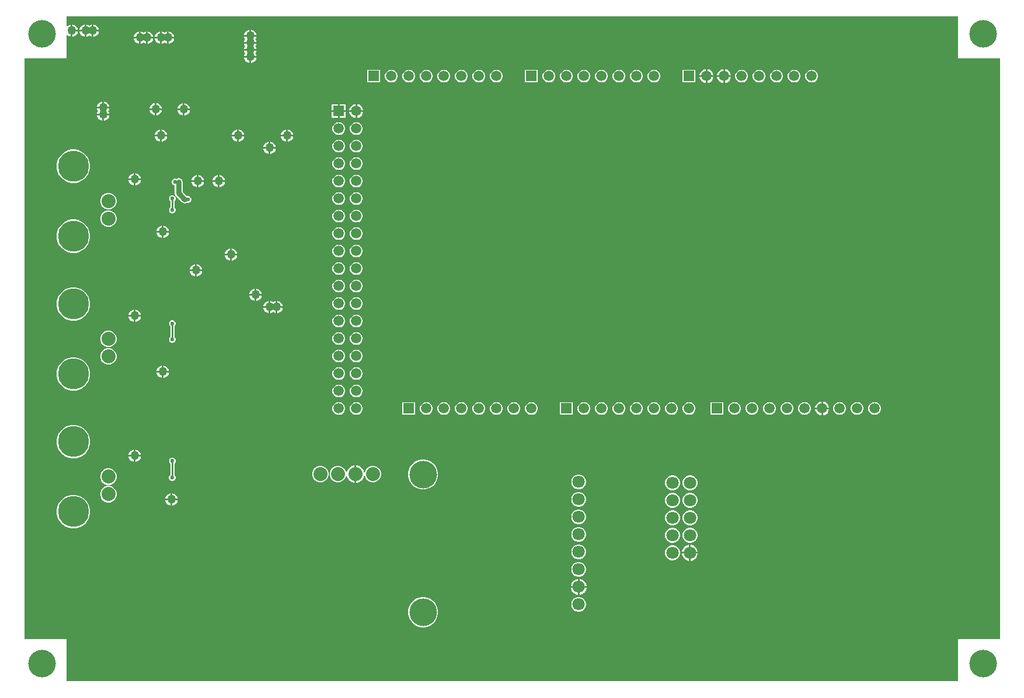
<source format=gbl>
G04*
G04 #@! TF.GenerationSoftware,Altium Limited,Altium Designer,22.11.1 (43)*
G04*
G04 Layer_Physical_Order=2*
G04 Layer_Color=16711680*
%FSLAX25Y25*%
%MOIN*%
G70*
G04*
G04 #@! TF.SameCoordinates,FC0E5961-FCF4-480C-89D5-594BF37CE3F7*
G04*
G04*
G04 #@! TF.FilePolarity,Positive*
G04*
G01*
G75*
%ADD14C,0.01000*%
%ADD49C,0.03000*%
%ADD52C,0.07087*%
%ADD53C,0.08000*%
%ADD54C,0.17717*%
%ADD55C,0.05906*%
%ADD56R,0.05906X0.05906*%
%ADD57R,0.05906X0.05906*%
%ADD58C,0.02362*%
%ADD59C,0.05000*%
%ADD60C,0.15748*%
G36*
X641000Y531000D02*
X665000D01*
Y199000D01*
X641000D01*
Y175000D01*
X132000D01*
Y199000D01*
X108000D01*
Y531000D01*
X132000D01*
Y544343D01*
X132500Y544550D01*
X132851Y544199D01*
X133649Y543739D01*
X134500Y543510D01*
Y547000D01*
Y550490D01*
X133649Y550261D01*
X132851Y549801D01*
X132500Y549450D01*
X132000Y549657D01*
Y555000D01*
X641000D01*
Y531000D01*
D02*
G37*
%LPC*%
G36*
X146500Y550490D02*
X145649Y550261D01*
X145000Y549887D01*
X144351Y550261D01*
X143500Y550490D01*
Y547000D01*
Y543510D01*
X144351Y543739D01*
X145000Y544113D01*
X145649Y543739D01*
X146500Y543510D01*
Y547000D01*
Y550490D01*
D02*
G37*
G36*
X147500D02*
Y547500D01*
X150489D01*
X150261Y548351D01*
X149801Y549149D01*
X149149Y549801D01*
X148351Y550261D01*
X147500Y550490D01*
D02*
G37*
G36*
X142500D02*
X141649Y550261D01*
X140851Y549801D01*
X140199Y549149D01*
X139739Y548351D01*
X139511Y547500D01*
X142500D01*
Y550490D01*
D02*
G37*
G36*
X135500D02*
Y547500D01*
X138489D01*
X138261Y548351D01*
X137801Y549149D01*
X137149Y549801D01*
X136351Y550261D01*
X135500Y550490D01*
D02*
G37*
G36*
X189500Y546489D02*
X188649Y546262D01*
X188000Y545887D01*
X187351Y546262D01*
X186500Y546489D01*
Y543000D01*
Y539510D01*
X187351Y539739D01*
X188000Y540113D01*
X188649Y539739D01*
X189500Y539510D01*
Y543000D01*
Y546489D01*
D02*
G37*
G36*
X177500D02*
X176649Y546262D01*
X176000Y545887D01*
X175351Y546262D01*
X174500Y546489D01*
Y543000D01*
Y539510D01*
X175351Y539739D01*
X176000Y540113D01*
X176649Y539739D01*
X177500Y539510D01*
Y543000D01*
Y546489D01*
D02*
G37*
G36*
X237500Y547490D02*
Y544500D01*
X240490D01*
X240262Y545351D01*
X239801Y546149D01*
X239149Y546801D01*
X238351Y547261D01*
X237500Y547490D01*
D02*
G37*
G36*
X236500D02*
X235649Y547261D01*
X234851Y546801D01*
X234199Y546149D01*
X233738Y545351D01*
X233510Y544500D01*
X236500D01*
Y547490D01*
D02*
G37*
G36*
X150489Y546500D02*
X147500D01*
Y543510D01*
X148351Y543739D01*
X149149Y544199D01*
X149801Y544851D01*
X150261Y545649D01*
X150489Y546500D01*
D02*
G37*
G36*
X142500D02*
X139511D01*
X139739Y545649D01*
X140199Y544851D01*
X140851Y544199D01*
X141649Y543739D01*
X142500Y543510D01*
Y546500D01*
D02*
G37*
G36*
X138489D02*
X135500D01*
Y543510D01*
X136351Y543739D01*
X137149Y544199D01*
X137801Y544851D01*
X138261Y545649D01*
X138489Y546500D01*
D02*
G37*
G36*
X190500Y546489D02*
Y543500D01*
X193490D01*
X193262Y544351D01*
X192801Y545149D01*
X192149Y545801D01*
X191351Y546262D01*
X190500Y546489D01*
D02*
G37*
G36*
X185500D02*
X184649Y546262D01*
X183851Y545801D01*
X183199Y545149D01*
X182738Y544351D01*
X182510Y543500D01*
X185500D01*
Y546489D01*
D02*
G37*
G36*
X178500D02*
Y543500D01*
X181490D01*
X181262Y544351D01*
X180801Y545149D01*
X180149Y545801D01*
X179351Y546262D01*
X178500Y546489D01*
D02*
G37*
G36*
X173500D02*
X172649Y546262D01*
X171851Y545801D01*
X171199Y545149D01*
X170738Y544351D01*
X170510Y543500D01*
X173500D01*
Y546489D01*
D02*
G37*
G36*
X240490Y543500D02*
X233510D01*
X233738Y542649D01*
X234113Y542000D01*
X233738Y541351D01*
X233510Y540500D01*
X240490D01*
X240262Y541351D01*
X239887Y542000D01*
X240262Y542649D01*
X240490Y543500D01*
D02*
G37*
G36*
X193490Y542500D02*
X190500D01*
Y539510D01*
X191351Y539739D01*
X192149Y540199D01*
X192801Y540851D01*
X193262Y541649D01*
X193490Y542500D01*
D02*
G37*
G36*
X185500D02*
X182510D01*
X182738Y541649D01*
X183199Y540851D01*
X183851Y540199D01*
X184649Y539739D01*
X185500Y539510D01*
Y542500D01*
D02*
G37*
G36*
X181490D02*
X178500D01*
Y539510D01*
X179351Y539739D01*
X180149Y540199D01*
X180801Y540851D01*
X181262Y541649D01*
X181490Y542500D01*
D02*
G37*
G36*
X173500D02*
X170510D01*
X170738Y541649D01*
X171199Y540851D01*
X171851Y540199D01*
X172649Y539739D01*
X173500Y539510D01*
Y542500D01*
D02*
G37*
G36*
X240490Y539500D02*
X233510D01*
X233738Y538649D01*
X234113Y538000D01*
X233738Y537351D01*
X233510Y536500D01*
X240490D01*
X240262Y537351D01*
X239887Y538000D01*
X240262Y538649D01*
X240490Y539500D01*
D02*
G37*
G36*
Y535500D02*
X233510D01*
X233738Y534649D01*
X234113Y534000D01*
X233738Y533351D01*
X233510Y532500D01*
X240490D01*
X240262Y533351D01*
X239887Y534000D01*
X240262Y534649D01*
X240490Y535500D01*
D02*
G37*
G36*
Y531500D02*
X237500D01*
Y528511D01*
X238351Y528738D01*
X239149Y529199D01*
X239801Y529851D01*
X240262Y530649D01*
X240490Y531500D01*
D02*
G37*
G36*
X236500D02*
X233510D01*
X233738Y530649D01*
X234199Y529851D01*
X234851Y529199D01*
X235649Y528738D01*
X236500Y528511D01*
Y531500D01*
D02*
G37*
G36*
X508020Y524953D02*
X508000D01*
Y521500D01*
X511453D01*
Y521520D01*
X511183Y522526D01*
X510663Y523427D01*
X509927Y524163D01*
X509026Y524683D01*
X508020Y524953D01*
D02*
G37*
G36*
X507000D02*
X506980D01*
X505974Y524683D01*
X505073Y524163D01*
X504337Y523427D01*
X503817Y522526D01*
X503547Y521520D01*
Y521500D01*
X507000D01*
Y524953D01*
D02*
G37*
G36*
X498020D02*
X498000D01*
Y521500D01*
X501453D01*
Y521520D01*
X501183Y522526D01*
X500663Y523427D01*
X499927Y524163D01*
X499026Y524683D01*
X498020Y524953D01*
D02*
G37*
G36*
X497000D02*
X496980D01*
X495974Y524683D01*
X495073Y524163D01*
X494337Y523427D01*
X493817Y522526D01*
X493547Y521520D01*
Y521500D01*
X497000D01*
Y524953D01*
D02*
G37*
G36*
X557981Y524653D02*
X557019D01*
X556090Y524404D01*
X555257Y523923D01*
X554577Y523243D01*
X554096Y522410D01*
X553847Y521481D01*
Y520519D01*
X554096Y519590D01*
X554577Y518757D01*
X555257Y518077D01*
X556090Y517596D01*
X557019Y517347D01*
X557981D01*
X558910Y517596D01*
X559743Y518077D01*
X560423Y518757D01*
X560904Y519590D01*
X561153Y520519D01*
Y521481D01*
X560904Y522410D01*
X560423Y523243D01*
X559743Y523923D01*
X558910Y524404D01*
X557981Y524653D01*
D02*
G37*
G36*
X547981D02*
X547019D01*
X546090Y524404D01*
X545257Y523923D01*
X544577Y523243D01*
X544096Y522410D01*
X543847Y521481D01*
Y520519D01*
X544096Y519590D01*
X544577Y518757D01*
X545257Y518077D01*
X546090Y517596D01*
X547019Y517347D01*
X547981D01*
X548910Y517596D01*
X549743Y518077D01*
X550423Y518757D01*
X550904Y519590D01*
X551153Y520519D01*
Y521481D01*
X550904Y522410D01*
X550423Y523243D01*
X549743Y523923D01*
X548910Y524404D01*
X547981Y524653D01*
D02*
G37*
G36*
X537981D02*
X537019D01*
X536090Y524404D01*
X535257Y523923D01*
X534577Y523243D01*
X534096Y522410D01*
X533847Y521481D01*
Y520519D01*
X534096Y519590D01*
X534577Y518757D01*
X535257Y518077D01*
X536090Y517596D01*
X537019Y517347D01*
X537981D01*
X538910Y517596D01*
X539743Y518077D01*
X540423Y518757D01*
X540904Y519590D01*
X541153Y520519D01*
Y521481D01*
X540904Y522410D01*
X540423Y523243D01*
X539743Y523923D01*
X538910Y524404D01*
X537981Y524653D01*
D02*
G37*
G36*
X527981D02*
X527019D01*
X526090Y524404D01*
X525257Y523923D01*
X524577Y523243D01*
X524096Y522410D01*
X523847Y521481D01*
Y520519D01*
X524096Y519590D01*
X524577Y518757D01*
X525257Y518077D01*
X526090Y517596D01*
X527019Y517347D01*
X527981D01*
X528910Y517596D01*
X529743Y518077D01*
X530423Y518757D01*
X530904Y519590D01*
X531153Y520519D01*
Y521481D01*
X530904Y522410D01*
X530423Y523243D01*
X529743Y523923D01*
X528910Y524404D01*
X527981Y524653D01*
D02*
G37*
G36*
X517981D02*
X517019D01*
X516090Y524404D01*
X515257Y523923D01*
X514577Y523243D01*
X514096Y522410D01*
X513847Y521481D01*
Y520519D01*
X514096Y519590D01*
X514577Y518757D01*
X515257Y518077D01*
X516090Y517596D01*
X517019Y517347D01*
X517981D01*
X518910Y517596D01*
X519743Y518077D01*
X520423Y518757D01*
X520904Y519590D01*
X521153Y520519D01*
Y521481D01*
X520904Y522410D01*
X520423Y523243D01*
X519743Y523923D01*
X518910Y524404D01*
X517981Y524653D01*
D02*
G37*
G36*
X491153D02*
X483847D01*
Y517347D01*
X491153D01*
Y524653D01*
D02*
G37*
G36*
X467981D02*
X467019D01*
X466090Y524404D01*
X465257Y523923D01*
X464577Y523243D01*
X464096Y522410D01*
X463847Y521481D01*
Y520519D01*
X464096Y519590D01*
X464577Y518757D01*
X465257Y518077D01*
X466090Y517596D01*
X467019Y517347D01*
X467981D01*
X468910Y517596D01*
X469743Y518077D01*
X470423Y518757D01*
X470904Y519590D01*
X471153Y520519D01*
Y521481D01*
X470904Y522410D01*
X470423Y523243D01*
X469743Y523923D01*
X468910Y524404D01*
X467981Y524653D01*
D02*
G37*
G36*
X457981D02*
X457019D01*
X456090Y524404D01*
X455257Y523923D01*
X454577Y523243D01*
X454096Y522410D01*
X453847Y521481D01*
Y520519D01*
X454096Y519590D01*
X454577Y518757D01*
X455257Y518077D01*
X456090Y517596D01*
X457019Y517347D01*
X457981D01*
X458910Y517596D01*
X459743Y518077D01*
X460423Y518757D01*
X460904Y519590D01*
X461153Y520519D01*
Y521481D01*
X460904Y522410D01*
X460423Y523243D01*
X459743Y523923D01*
X458910Y524404D01*
X457981Y524653D01*
D02*
G37*
G36*
X447981D02*
X447019D01*
X446090Y524404D01*
X445257Y523923D01*
X444577Y523243D01*
X444096Y522410D01*
X443847Y521481D01*
Y520519D01*
X444096Y519590D01*
X444577Y518757D01*
X445257Y518077D01*
X446090Y517596D01*
X447019Y517347D01*
X447981D01*
X448910Y517596D01*
X449743Y518077D01*
X450423Y518757D01*
X450904Y519590D01*
X451153Y520519D01*
Y521481D01*
X450904Y522410D01*
X450423Y523243D01*
X449743Y523923D01*
X448910Y524404D01*
X447981Y524653D01*
D02*
G37*
G36*
X437981D02*
X437019D01*
X436090Y524404D01*
X435257Y523923D01*
X434577Y523243D01*
X434096Y522410D01*
X433847Y521481D01*
Y520519D01*
X434096Y519590D01*
X434577Y518757D01*
X435257Y518077D01*
X436090Y517596D01*
X437019Y517347D01*
X437981D01*
X438910Y517596D01*
X439743Y518077D01*
X440423Y518757D01*
X440904Y519590D01*
X441153Y520519D01*
Y521481D01*
X440904Y522410D01*
X440423Y523243D01*
X439743Y523923D01*
X438910Y524404D01*
X437981Y524653D01*
D02*
G37*
G36*
X427981D02*
X427019D01*
X426090Y524404D01*
X425257Y523923D01*
X424577Y523243D01*
X424096Y522410D01*
X423847Y521481D01*
Y520519D01*
X424096Y519590D01*
X424577Y518757D01*
X425257Y518077D01*
X426090Y517596D01*
X427019Y517347D01*
X427981D01*
X428910Y517596D01*
X429743Y518077D01*
X430423Y518757D01*
X430904Y519590D01*
X431153Y520519D01*
Y521481D01*
X430904Y522410D01*
X430423Y523243D01*
X429743Y523923D01*
X428910Y524404D01*
X427981Y524653D01*
D02*
G37*
G36*
X417981D02*
X417019D01*
X416090Y524404D01*
X415257Y523923D01*
X414577Y523243D01*
X414096Y522410D01*
X413847Y521481D01*
Y520519D01*
X414096Y519590D01*
X414577Y518757D01*
X415257Y518077D01*
X416090Y517596D01*
X417019Y517347D01*
X417981D01*
X418910Y517596D01*
X419743Y518077D01*
X420423Y518757D01*
X420904Y519590D01*
X421153Y520519D01*
Y521481D01*
X420904Y522410D01*
X420423Y523243D01*
X419743Y523923D01*
X418910Y524404D01*
X417981Y524653D01*
D02*
G37*
G36*
X407981D02*
X407019D01*
X406090Y524404D01*
X405257Y523923D01*
X404577Y523243D01*
X404096Y522410D01*
X403847Y521481D01*
Y520519D01*
X404096Y519590D01*
X404577Y518757D01*
X405257Y518077D01*
X406090Y517596D01*
X407019Y517347D01*
X407981D01*
X408910Y517596D01*
X409743Y518077D01*
X410423Y518757D01*
X410904Y519590D01*
X411153Y520519D01*
Y521481D01*
X410904Y522410D01*
X410423Y523243D01*
X409743Y523923D01*
X408910Y524404D01*
X407981Y524653D01*
D02*
G37*
G36*
X401153D02*
X393847D01*
Y517347D01*
X401153D01*
Y524653D01*
D02*
G37*
G36*
X377981D02*
X377019D01*
X376090Y524404D01*
X375257Y523923D01*
X374577Y523243D01*
X374096Y522410D01*
X373847Y521481D01*
Y520519D01*
X374096Y519590D01*
X374577Y518757D01*
X375257Y518077D01*
X376090Y517596D01*
X377019Y517347D01*
X377981D01*
X378910Y517596D01*
X379743Y518077D01*
X380423Y518757D01*
X380904Y519590D01*
X381153Y520519D01*
Y521481D01*
X380904Y522410D01*
X380423Y523243D01*
X379743Y523923D01*
X378910Y524404D01*
X377981Y524653D01*
D02*
G37*
G36*
X367981D02*
X367019D01*
X366090Y524404D01*
X365257Y523923D01*
X364577Y523243D01*
X364096Y522410D01*
X363847Y521481D01*
Y520519D01*
X364096Y519590D01*
X364577Y518757D01*
X365257Y518077D01*
X366090Y517596D01*
X367019Y517347D01*
X367981D01*
X368910Y517596D01*
X369743Y518077D01*
X370423Y518757D01*
X370904Y519590D01*
X371153Y520519D01*
Y521481D01*
X370904Y522410D01*
X370423Y523243D01*
X369743Y523923D01*
X368910Y524404D01*
X367981Y524653D01*
D02*
G37*
G36*
X357981D02*
X357019D01*
X356090Y524404D01*
X355257Y523923D01*
X354577Y523243D01*
X354096Y522410D01*
X353847Y521481D01*
Y520519D01*
X354096Y519590D01*
X354577Y518757D01*
X355257Y518077D01*
X356090Y517596D01*
X357019Y517347D01*
X357981D01*
X358910Y517596D01*
X359743Y518077D01*
X360423Y518757D01*
X360904Y519590D01*
X361153Y520519D01*
Y521481D01*
X360904Y522410D01*
X360423Y523243D01*
X359743Y523923D01*
X358910Y524404D01*
X357981Y524653D01*
D02*
G37*
G36*
X347981D02*
X347019D01*
X346090Y524404D01*
X345257Y523923D01*
X344577Y523243D01*
X344096Y522410D01*
X343847Y521481D01*
Y520519D01*
X344096Y519590D01*
X344577Y518757D01*
X345257Y518077D01*
X346090Y517596D01*
X347019Y517347D01*
X347981D01*
X348910Y517596D01*
X349743Y518077D01*
X350423Y518757D01*
X350904Y519590D01*
X351153Y520519D01*
Y521481D01*
X350904Y522410D01*
X350423Y523243D01*
X349743Y523923D01*
X348910Y524404D01*
X347981Y524653D01*
D02*
G37*
G36*
X337981D02*
X337019D01*
X336090Y524404D01*
X335257Y523923D01*
X334577Y523243D01*
X334096Y522410D01*
X333847Y521481D01*
Y520519D01*
X334096Y519590D01*
X334577Y518757D01*
X335257Y518077D01*
X336090Y517596D01*
X337019Y517347D01*
X337981D01*
X338910Y517596D01*
X339743Y518077D01*
X340423Y518757D01*
X340904Y519590D01*
X341153Y520519D01*
Y521481D01*
X340904Y522410D01*
X340423Y523243D01*
X339743Y523923D01*
X338910Y524404D01*
X337981Y524653D01*
D02*
G37*
G36*
X327981D02*
X327019D01*
X326090Y524404D01*
X325257Y523923D01*
X324577Y523243D01*
X324096Y522410D01*
X323847Y521481D01*
Y520519D01*
X324096Y519590D01*
X324577Y518757D01*
X325257Y518077D01*
X326090Y517596D01*
X327019Y517347D01*
X327981D01*
X328910Y517596D01*
X329743Y518077D01*
X330423Y518757D01*
X330904Y519590D01*
X331153Y520519D01*
Y521481D01*
X330904Y522410D01*
X330423Y523243D01*
X329743Y523923D01*
X328910Y524404D01*
X327981Y524653D01*
D02*
G37*
G36*
X317981D02*
X317019D01*
X316090Y524404D01*
X315257Y523923D01*
X314577Y523243D01*
X314096Y522410D01*
X313847Y521481D01*
Y520519D01*
X314096Y519590D01*
X314577Y518757D01*
X315257Y518077D01*
X316090Y517596D01*
X317019Y517347D01*
X317981D01*
X318910Y517596D01*
X319743Y518077D01*
X320423Y518757D01*
X320904Y519590D01*
X321153Y520519D01*
Y521481D01*
X320904Y522410D01*
X320423Y523243D01*
X319743Y523923D01*
X318910Y524404D01*
X317981Y524653D01*
D02*
G37*
G36*
X311153D02*
X303847D01*
Y517347D01*
X311153D01*
Y524653D01*
D02*
G37*
G36*
X511453Y520500D02*
X508000D01*
Y517047D01*
X508020D01*
X509026Y517317D01*
X509927Y517837D01*
X510663Y518573D01*
X511183Y519474D01*
X511453Y520480D01*
Y520500D01*
D02*
G37*
G36*
X507000D02*
X503547D01*
Y520480D01*
X503817Y519474D01*
X504337Y518573D01*
X505073Y517837D01*
X505974Y517317D01*
X506980Y517047D01*
X507000D01*
Y520500D01*
D02*
G37*
G36*
X501453D02*
X498000D01*
Y517047D01*
X498020D01*
X499026Y517317D01*
X499927Y517837D01*
X500663Y518573D01*
X501183Y519474D01*
X501453Y520480D01*
Y520500D01*
D02*
G37*
G36*
X497000D02*
X493547D01*
Y520480D01*
X493817Y519474D01*
X494337Y518573D01*
X495073Y517837D01*
X495974Y517317D01*
X496980Y517047D01*
X497000D01*
Y520500D01*
D02*
G37*
G36*
X153500Y506490D02*
Y503500D01*
X156490D01*
X156262Y504351D01*
X155801Y505149D01*
X155149Y505801D01*
X154351Y506261D01*
X153500Y506490D01*
D02*
G37*
G36*
X152500D02*
X151649Y506261D01*
X150851Y505801D01*
X150199Y505149D01*
X149739Y504351D01*
X149511Y503500D01*
X152500D01*
Y506490D01*
D02*
G37*
G36*
X183500Y505631D02*
Y502642D01*
X186489D01*
X186261Y503493D01*
X185801Y504291D01*
X185149Y504942D01*
X184351Y505403D01*
X183500Y505631D01*
D02*
G37*
G36*
X182500D02*
X181649Y505403D01*
X180851Y504942D01*
X180199Y504291D01*
X179738Y503493D01*
X179510Y502642D01*
X182500D01*
Y505631D01*
D02*
G37*
G36*
X199500Y505489D02*
Y502500D01*
X202489D01*
X202261Y503351D01*
X201801Y504149D01*
X201149Y504801D01*
X200351Y505262D01*
X199500Y505489D01*
D02*
G37*
G36*
X198500D02*
X197649Y505262D01*
X196851Y504801D01*
X196199Y504149D01*
X195738Y503351D01*
X195510Y502500D01*
X198500D01*
Y505489D01*
D02*
G37*
G36*
X298020Y504953D02*
X298000D01*
Y501500D01*
X301453D01*
Y501520D01*
X301183Y502526D01*
X300663Y503427D01*
X299927Y504163D01*
X299026Y504683D01*
X298020Y504953D01*
D02*
G37*
G36*
X291453D02*
X288000D01*
Y501500D01*
X291453D01*
Y504953D01*
D02*
G37*
G36*
X297000D02*
X296980D01*
X295974Y504683D01*
X295073Y504163D01*
X294337Y503427D01*
X293817Y502526D01*
X293547Y501520D01*
Y501500D01*
X297000D01*
Y504953D01*
D02*
G37*
G36*
X287000D02*
X283547D01*
Y501500D01*
X287000D01*
Y504953D01*
D02*
G37*
G36*
X156490Y502500D02*
X149511D01*
X149739Y501649D01*
X150113Y501000D01*
X149739Y500351D01*
X149511Y499500D01*
X156490D01*
X156262Y500351D01*
X155887Y501000D01*
X156262Y501649D01*
X156490Y502500D01*
D02*
G37*
G36*
X186489Y501642D02*
X183500D01*
Y498652D01*
X184351Y498880D01*
X185149Y499341D01*
X185801Y499993D01*
X186261Y500791D01*
X186489Y501642D01*
D02*
G37*
G36*
X182500D02*
X179510D01*
X179738Y500791D01*
X180199Y499993D01*
X180851Y499341D01*
X181649Y498880D01*
X182500Y498652D01*
Y501642D01*
D02*
G37*
G36*
X202489Y501500D02*
X199500D01*
Y498511D01*
X200351Y498738D01*
X201149Y499199D01*
X201801Y499851D01*
X202261Y500649D01*
X202489Y501500D01*
D02*
G37*
G36*
X198500D02*
X195510D01*
X195738Y500649D01*
X196199Y499851D01*
X196851Y499199D01*
X197649Y498738D01*
X198500Y498511D01*
Y501500D01*
D02*
G37*
G36*
X301453Y500500D02*
X298000D01*
Y497047D01*
X298020D01*
X299026Y497317D01*
X299927Y497837D01*
X300663Y498573D01*
X301183Y499474D01*
X301453Y500480D01*
Y500500D01*
D02*
G37*
G36*
X297000D02*
X293547D01*
Y500480D01*
X293817Y499474D01*
X294337Y498573D01*
X295073Y497837D01*
X295974Y497317D01*
X296980Y497047D01*
X297000D01*
Y500500D01*
D02*
G37*
G36*
X291453D02*
X288000D01*
Y497047D01*
X291453D01*
Y500500D01*
D02*
G37*
G36*
X287000D02*
X283547D01*
Y497047D01*
X287000D01*
Y500500D01*
D02*
G37*
G36*
X156490Y498500D02*
X153500D01*
Y495510D01*
X154351Y495739D01*
X155149Y496199D01*
X155801Y496851D01*
X156262Y497649D01*
X156490Y498500D01*
D02*
G37*
G36*
X152500D02*
X149511D01*
X149739Y497649D01*
X150199Y496851D01*
X150851Y496199D01*
X151649Y495739D01*
X152500Y495510D01*
Y498500D01*
D02*
G37*
G36*
X258500Y490489D02*
Y487500D01*
X261490D01*
X261262Y488351D01*
X260801Y489149D01*
X260149Y489801D01*
X259351Y490262D01*
X258500Y490489D01*
D02*
G37*
G36*
X257500D02*
X256649Y490262D01*
X255851Y489801D01*
X255199Y489149D01*
X254738Y488351D01*
X254510Y487500D01*
X257500D01*
Y490489D01*
D02*
G37*
G36*
X230500D02*
Y487500D01*
X233489D01*
X233261Y488351D01*
X232801Y489149D01*
X232149Y489801D01*
X231351Y490262D01*
X230500Y490489D01*
D02*
G37*
G36*
X229500D02*
X228649Y490262D01*
X227851Y489801D01*
X227199Y489149D01*
X226739Y488351D01*
X226511Y487500D01*
X229500D01*
Y490489D01*
D02*
G37*
G36*
X186500D02*
Y487500D01*
X189489D01*
X189261Y488351D01*
X188801Y489149D01*
X188149Y489801D01*
X187351Y490262D01*
X186500Y490489D01*
D02*
G37*
G36*
X185500D02*
X184649Y490262D01*
X183851Y489801D01*
X183199Y489149D01*
X182738Y488351D01*
X182510Y487500D01*
X185500D01*
Y490489D01*
D02*
G37*
G36*
X297981Y494653D02*
X297019D01*
X296090Y494404D01*
X295257Y493923D01*
X294577Y493243D01*
X294096Y492410D01*
X293847Y491481D01*
Y490519D01*
X294096Y489590D01*
X294577Y488757D01*
X295257Y488077D01*
X296090Y487596D01*
X297019Y487347D01*
X297981D01*
X298910Y487596D01*
X299743Y488077D01*
X300423Y488757D01*
X300904Y489590D01*
X301153Y490519D01*
Y491481D01*
X300904Y492410D01*
X300423Y493243D01*
X299743Y493923D01*
X298910Y494404D01*
X297981Y494653D01*
D02*
G37*
G36*
X287981D02*
X287019D01*
X286090Y494404D01*
X285257Y493923D01*
X284577Y493243D01*
X284096Y492410D01*
X283847Y491481D01*
Y490519D01*
X284096Y489590D01*
X284577Y488757D01*
X285257Y488077D01*
X286090Y487596D01*
X287019Y487347D01*
X287981D01*
X288910Y487596D01*
X289743Y488077D01*
X290423Y488757D01*
X290904Y489590D01*
X291153Y490519D01*
Y491481D01*
X290904Y492410D01*
X290423Y493243D01*
X289743Y493923D01*
X288910Y494404D01*
X287981Y494653D01*
D02*
G37*
G36*
X261490Y486500D02*
X258500D01*
Y483510D01*
X259351Y483739D01*
X260149Y484199D01*
X260801Y484851D01*
X261262Y485649D01*
X261490Y486500D01*
D02*
G37*
G36*
X257500D02*
X254510D01*
X254738Y485649D01*
X255199Y484851D01*
X255851Y484199D01*
X256649Y483739D01*
X257500Y483510D01*
Y486500D01*
D02*
G37*
G36*
X233489D02*
X230500D01*
Y483510D01*
X231351Y483739D01*
X232149Y484199D01*
X232801Y484851D01*
X233261Y485649D01*
X233489Y486500D01*
D02*
G37*
G36*
X229500D02*
X226511D01*
X226739Y485649D01*
X227199Y484851D01*
X227851Y484199D01*
X228649Y483739D01*
X229500Y483510D01*
Y486500D01*
D02*
G37*
G36*
X189489D02*
X186500D01*
Y483510D01*
X187351Y483739D01*
X188149Y484199D01*
X188801Y484851D01*
X189261Y485649D01*
X189489Y486500D01*
D02*
G37*
G36*
X185500D02*
X182510D01*
X182738Y485649D01*
X183199Y484851D01*
X183851Y484199D01*
X184649Y483739D01*
X185500Y483510D01*
Y486500D01*
D02*
G37*
G36*
X248500Y483490D02*
Y480500D01*
X251489D01*
X251261Y481351D01*
X250801Y482149D01*
X250149Y482801D01*
X249351Y483261D01*
X248500Y483490D01*
D02*
G37*
G36*
X247500D02*
X246649Y483261D01*
X245851Y482801D01*
X245199Y482149D01*
X244739Y481351D01*
X244511Y480500D01*
X247500D01*
Y483490D01*
D02*
G37*
G36*
X297981Y484653D02*
X297019D01*
X296090Y484404D01*
X295257Y483923D01*
X294577Y483243D01*
X294096Y482410D01*
X293847Y481481D01*
Y480519D01*
X294096Y479590D01*
X294577Y478757D01*
X295257Y478077D01*
X296090Y477596D01*
X297019Y477347D01*
X297981D01*
X298910Y477596D01*
X299743Y478077D01*
X300423Y478757D01*
X300904Y479590D01*
X301153Y480519D01*
Y481481D01*
X300904Y482410D01*
X300423Y483243D01*
X299743Y483923D01*
X298910Y484404D01*
X297981Y484653D01*
D02*
G37*
G36*
X287981D02*
X287019D01*
X286090Y484404D01*
X285257Y483923D01*
X284577Y483243D01*
X284096Y482410D01*
X283847Y481481D01*
Y480519D01*
X284096Y479590D01*
X284577Y478757D01*
X285257Y478077D01*
X286090Y477596D01*
X287019Y477347D01*
X287981D01*
X288910Y477596D01*
X289743Y478077D01*
X290423Y478757D01*
X290904Y479590D01*
X291153Y480519D01*
Y481481D01*
X290904Y482410D01*
X290423Y483243D01*
X289743Y483923D01*
X288910Y484404D01*
X287981Y484653D01*
D02*
G37*
G36*
X251489Y479500D02*
X248500D01*
Y476510D01*
X249351Y476739D01*
X250149Y477199D01*
X250801Y477851D01*
X251261Y478649D01*
X251489Y479500D01*
D02*
G37*
G36*
X247500D02*
X244511D01*
X244739Y478649D01*
X245199Y477851D01*
X245851Y477199D01*
X246649Y476739D01*
X247500Y476510D01*
Y479500D01*
D02*
G37*
G36*
X297981Y474653D02*
X297019D01*
X296090Y474404D01*
X295257Y473923D01*
X294577Y473243D01*
X294096Y472410D01*
X293847Y471481D01*
Y470519D01*
X294096Y469590D01*
X294577Y468757D01*
X295257Y468077D01*
X296090Y467596D01*
X297019Y467347D01*
X297981D01*
X298910Y467596D01*
X299743Y468077D01*
X300423Y468757D01*
X300904Y469590D01*
X301153Y470519D01*
Y471481D01*
X300904Y472410D01*
X300423Y473243D01*
X299743Y473923D01*
X298910Y474404D01*
X297981Y474653D01*
D02*
G37*
G36*
X287981D02*
X287019D01*
X286090Y474404D01*
X285257Y473923D01*
X284577Y473243D01*
X284096Y472410D01*
X283847Y471481D01*
Y470519D01*
X284096Y469590D01*
X284577Y468757D01*
X285257Y468077D01*
X286090Y467596D01*
X287019Y467347D01*
X287981D01*
X288910Y467596D01*
X289743Y468077D01*
X290423Y468757D01*
X290904Y469590D01*
X291153Y470519D01*
Y471481D01*
X290904Y472410D01*
X290423Y473243D01*
X289743Y473923D01*
X288910Y474404D01*
X287981Y474653D01*
D02*
G37*
G36*
X171500Y465489D02*
Y462500D01*
X174489D01*
X174261Y463351D01*
X173801Y464149D01*
X173149Y464801D01*
X172351Y465262D01*
X171500Y465489D01*
D02*
G37*
G36*
X170500D02*
X169649Y465262D01*
X168851Y464801D01*
X168199Y464149D01*
X167738Y463351D01*
X167510Y462500D01*
X170500D01*
Y465489D01*
D02*
G37*
G36*
X196000Y462743D02*
X195142Y462572D01*
X194671Y462258D01*
X194374Y462381D01*
X193626D01*
X192934Y462095D01*
X192405Y461566D01*
X192119Y460874D01*
Y460126D01*
X192405Y459434D01*
X192934Y458905D01*
X193626Y458619D01*
X193757D01*
Y454000D01*
X193928Y453142D01*
X194186Y452754D01*
X194334Y452533D01*
X193946Y452214D01*
X193566Y452595D01*
X192874Y452881D01*
X192126D01*
X191434Y452595D01*
X190905Y452066D01*
X190619Y451374D01*
Y450626D01*
X190905Y449934D01*
X191277Y449563D01*
Y445937D01*
X190905Y445566D01*
X190619Y444874D01*
Y444126D01*
X190905Y443434D01*
X191434Y442905D01*
X192126Y442619D01*
X192874D01*
X193566Y442905D01*
X194095Y443434D01*
X194381Y444126D01*
Y444874D01*
X194095Y445566D01*
X193723Y445937D01*
Y449563D01*
X194095Y449934D01*
X194381Y450626D01*
Y451374D01*
X194095Y452066D01*
X194476Y452352D01*
X194662Y452166D01*
X197914Y448914D01*
X198642Y448428D01*
X199500Y448257D01*
X200358Y448428D01*
X200829Y448742D01*
X201126Y448619D01*
X201874D01*
X202566Y448905D01*
X203095Y449434D01*
X203381Y450126D01*
Y450874D01*
X203095Y451566D01*
X202566Y452095D01*
X201874Y452381D01*
X201126D01*
X200889Y452283D01*
X198243Y454929D01*
Y460500D01*
X198072Y461358D01*
X197586Y462086D01*
X196858Y462572D01*
X196000Y462743D01*
D02*
G37*
G36*
X219500Y464490D02*
Y461500D01*
X222490D01*
X222262Y462351D01*
X221801Y463149D01*
X221149Y463801D01*
X220351Y464261D01*
X219500Y464490D01*
D02*
G37*
G36*
X218500D02*
X217649Y464261D01*
X216851Y463801D01*
X216199Y463149D01*
X215739Y462351D01*
X215511Y461500D01*
X218500D01*
Y464490D01*
D02*
G37*
G36*
X207500D02*
Y461500D01*
X210490D01*
X210262Y462351D01*
X209801Y463149D01*
X209149Y463801D01*
X208351Y464261D01*
X207500Y464490D01*
D02*
G37*
G36*
X206500D02*
X205649Y464261D01*
X204851Y463801D01*
X204199Y463149D01*
X203738Y462351D01*
X203510Y461500D01*
X206500D01*
Y464490D01*
D02*
G37*
G36*
X136941Y479058D02*
X135059D01*
X133212Y478691D01*
X131473Y477970D01*
X129907Y476924D01*
X128576Y475593D01*
X127530Y474027D01*
X126809Y472288D01*
X126442Y470441D01*
Y468559D01*
X126809Y466712D01*
X127530Y464972D01*
X128576Y463407D01*
X129907Y462076D01*
X131473Y461030D01*
X133212Y460309D01*
X135059Y459942D01*
X136941D01*
X138788Y460309D01*
X140527Y461030D01*
X142093Y462076D01*
X143424Y463407D01*
X144470Y464972D01*
X145191Y466712D01*
X145558Y468559D01*
Y470441D01*
X145191Y472288D01*
X144470Y474027D01*
X143424Y475593D01*
X142093Y476924D01*
X140527Y477970D01*
X138788Y478691D01*
X136941Y479058D01*
D02*
G37*
G36*
X174489Y461500D02*
X171500D01*
Y458510D01*
X172351Y458739D01*
X173149Y459199D01*
X173801Y459851D01*
X174261Y460649D01*
X174489Y461500D01*
D02*
G37*
G36*
X170500D02*
X167510D01*
X167738Y460649D01*
X168199Y459851D01*
X168851Y459199D01*
X169649Y458739D01*
X170500Y458510D01*
Y461500D01*
D02*
G37*
G36*
X222490Y460500D02*
X219500D01*
Y457511D01*
X220351Y457738D01*
X221149Y458199D01*
X221801Y458851D01*
X222262Y459649D01*
X222490Y460500D01*
D02*
G37*
G36*
X218500D02*
X215511D01*
X215739Y459649D01*
X216199Y458851D01*
X216851Y458199D01*
X217649Y457738D01*
X218500Y457511D01*
Y460500D01*
D02*
G37*
G36*
X210490D02*
X207500D01*
Y457511D01*
X208351Y457738D01*
X209149Y458199D01*
X209801Y458851D01*
X210262Y459649D01*
X210490Y460500D01*
D02*
G37*
G36*
X206500D02*
X203510D01*
X203738Y459649D01*
X204199Y458851D01*
X204851Y458199D01*
X205649Y457738D01*
X206500Y457511D01*
Y460500D01*
D02*
G37*
G36*
X297981Y464653D02*
X297019D01*
X296090Y464404D01*
X295257Y463923D01*
X294577Y463243D01*
X294096Y462410D01*
X293847Y461481D01*
Y460519D01*
X294096Y459590D01*
X294577Y458757D01*
X295257Y458077D01*
X296090Y457596D01*
X297019Y457347D01*
X297981D01*
X298910Y457596D01*
X299743Y458077D01*
X300423Y458757D01*
X300904Y459590D01*
X301153Y460519D01*
Y461481D01*
X300904Y462410D01*
X300423Y463243D01*
X299743Y463923D01*
X298910Y464404D01*
X297981Y464653D01*
D02*
G37*
G36*
X287981D02*
X287019D01*
X286090Y464404D01*
X285257Y463923D01*
X284577Y463243D01*
X284096Y462410D01*
X283847Y461481D01*
Y460519D01*
X284096Y459590D01*
X284577Y458757D01*
X285257Y458077D01*
X286090Y457596D01*
X287019Y457347D01*
X287981D01*
X288910Y457596D01*
X289743Y458077D01*
X290423Y458757D01*
X290904Y459590D01*
X291153Y460519D01*
Y461481D01*
X290904Y462410D01*
X290423Y463243D01*
X289743Y463923D01*
X288910Y464404D01*
X287981Y464653D01*
D02*
G37*
G36*
X297981Y454653D02*
X297019D01*
X296090Y454404D01*
X295257Y453923D01*
X294577Y453243D01*
X294096Y452410D01*
X293847Y451481D01*
Y450519D01*
X294096Y449590D01*
X294577Y448757D01*
X295257Y448077D01*
X296090Y447596D01*
X297019Y447347D01*
X297981D01*
X298910Y447596D01*
X299743Y448077D01*
X300423Y448757D01*
X300904Y449590D01*
X301153Y450519D01*
Y451481D01*
X300904Y452410D01*
X300423Y453243D01*
X299743Y453923D01*
X298910Y454404D01*
X297981Y454653D01*
D02*
G37*
G36*
X287981D02*
X287019D01*
X286090Y454404D01*
X285257Y453923D01*
X284577Y453243D01*
X284096Y452410D01*
X283847Y451481D01*
Y450519D01*
X284096Y449590D01*
X284577Y448757D01*
X285257Y448077D01*
X286090Y447596D01*
X287019Y447347D01*
X287981D01*
X288910Y447596D01*
X289743Y448077D01*
X290423Y448757D01*
X290904Y449590D01*
X291153Y450519D01*
Y451481D01*
X290904Y452410D01*
X290423Y453243D01*
X289743Y453923D01*
X288910Y454404D01*
X287981Y454653D01*
D02*
G37*
G36*
X156619Y454200D02*
X155381D01*
X154186Y453880D01*
X153114Y453261D01*
X152239Y452386D01*
X151620Y451314D01*
X151300Y450119D01*
Y448881D01*
X151620Y447686D01*
X152239Y446614D01*
X153114Y445739D01*
X154186Y445120D01*
X155381Y444800D01*
X156619D01*
X157814Y445120D01*
X158886Y445739D01*
X159761Y446614D01*
X160380Y447686D01*
X160700Y448881D01*
Y450119D01*
X160380Y451314D01*
X159761Y452386D01*
X158886Y453261D01*
X157814Y453880D01*
X156619Y454200D01*
D02*
G37*
G36*
X297981Y444653D02*
X297019D01*
X296090Y444404D01*
X295257Y443923D01*
X294577Y443243D01*
X294096Y442410D01*
X293847Y441481D01*
Y440519D01*
X294096Y439590D01*
X294577Y438757D01*
X295257Y438077D01*
X296090Y437596D01*
X297019Y437347D01*
X297981D01*
X298910Y437596D01*
X299743Y438077D01*
X300423Y438757D01*
X300904Y439590D01*
X301153Y440519D01*
Y441481D01*
X300904Y442410D01*
X300423Y443243D01*
X299743Y443923D01*
X298910Y444404D01*
X297981Y444653D01*
D02*
G37*
G36*
X287981D02*
X287019D01*
X286090Y444404D01*
X285257Y443923D01*
X284577Y443243D01*
X284096Y442410D01*
X283847Y441481D01*
Y440519D01*
X284096Y439590D01*
X284577Y438757D01*
X285257Y438077D01*
X286090Y437596D01*
X287019Y437347D01*
X287981D01*
X288910Y437596D01*
X289743Y438077D01*
X290423Y438757D01*
X290904Y439590D01*
X291153Y440519D01*
Y441481D01*
X290904Y442410D01*
X290423Y443243D01*
X289743Y443923D01*
X288910Y444404D01*
X287981Y444653D01*
D02*
G37*
G36*
X156619Y444200D02*
X155381D01*
X154186Y443880D01*
X153114Y443261D01*
X152239Y442386D01*
X151620Y441314D01*
X151300Y440119D01*
Y438881D01*
X151620Y437686D01*
X152239Y436614D01*
X153114Y435739D01*
X154186Y435120D01*
X155381Y434800D01*
X156619D01*
X157814Y435120D01*
X158886Y435739D01*
X159761Y436614D01*
X160380Y437686D01*
X160700Y438881D01*
Y440119D01*
X160380Y441314D01*
X159761Y442386D01*
X158886Y443261D01*
X157814Y443880D01*
X156619Y444200D01*
D02*
G37*
G36*
X187500Y435490D02*
Y432500D01*
X190489D01*
X190261Y433351D01*
X189801Y434149D01*
X189149Y434801D01*
X188351Y435261D01*
X187500Y435490D01*
D02*
G37*
G36*
X186500D02*
X185649Y435261D01*
X184851Y434801D01*
X184199Y434149D01*
X183739Y433351D01*
X183510Y432500D01*
X186500D01*
Y435490D01*
D02*
G37*
G36*
X190489Y431500D02*
X187500D01*
Y428511D01*
X188351Y428738D01*
X189149Y429199D01*
X189801Y429851D01*
X190261Y430649D01*
X190489Y431500D01*
D02*
G37*
G36*
X186500D02*
X183510D01*
X183739Y430649D01*
X184199Y429851D01*
X184851Y429199D01*
X185649Y428738D01*
X186500Y428511D01*
Y431500D01*
D02*
G37*
G36*
X297981Y434653D02*
X297019D01*
X296090Y434404D01*
X295257Y433923D01*
X294577Y433243D01*
X294096Y432410D01*
X293847Y431481D01*
Y430519D01*
X294096Y429590D01*
X294577Y428757D01*
X295257Y428077D01*
X296090Y427596D01*
X297019Y427347D01*
X297981D01*
X298910Y427596D01*
X299743Y428077D01*
X300423Y428757D01*
X300904Y429590D01*
X301153Y430519D01*
Y431481D01*
X300904Y432410D01*
X300423Y433243D01*
X299743Y433923D01*
X298910Y434404D01*
X297981Y434653D01*
D02*
G37*
G36*
X287981D02*
X287019D01*
X286090Y434404D01*
X285257Y433923D01*
X284577Y433243D01*
X284096Y432410D01*
X283847Y431481D01*
Y430519D01*
X284096Y429590D01*
X284577Y428757D01*
X285257Y428077D01*
X286090Y427596D01*
X287019Y427347D01*
X287981D01*
X288910Y427596D01*
X289743Y428077D01*
X290423Y428757D01*
X290904Y429590D01*
X291153Y430519D01*
Y431481D01*
X290904Y432410D01*
X290423Y433243D01*
X289743Y433923D01*
X288910Y434404D01*
X287981Y434653D01*
D02*
G37*
G36*
X136941Y439058D02*
X135059D01*
X133212Y438691D01*
X131473Y437970D01*
X129907Y436924D01*
X128576Y435593D01*
X127530Y434027D01*
X126809Y432288D01*
X126442Y430441D01*
Y428559D01*
X126809Y426712D01*
X127530Y424972D01*
X128576Y423407D01*
X129907Y422076D01*
X131473Y421030D01*
X133212Y420309D01*
X135059Y419942D01*
X136941D01*
X138788Y420309D01*
X140527Y421030D01*
X142093Y422076D01*
X143424Y423407D01*
X144470Y424972D01*
X145191Y426712D01*
X145558Y428559D01*
Y430441D01*
X145191Y432288D01*
X144470Y434027D01*
X143424Y435593D01*
X142093Y436924D01*
X140527Y437970D01*
X138788Y438691D01*
X136941Y439058D01*
D02*
G37*
G36*
X226500Y422490D02*
Y419500D01*
X229489D01*
X229261Y420351D01*
X228801Y421149D01*
X228149Y421801D01*
X227351Y422261D01*
X226500Y422490D01*
D02*
G37*
G36*
X225500D02*
X224649Y422261D01*
X223851Y421801D01*
X223199Y421149D01*
X222739Y420351D01*
X222511Y419500D01*
X225500D01*
Y422490D01*
D02*
G37*
G36*
X297981Y424653D02*
X297019D01*
X296090Y424404D01*
X295257Y423923D01*
X294577Y423243D01*
X294096Y422410D01*
X293847Y421481D01*
Y420519D01*
X294096Y419590D01*
X294577Y418757D01*
X295257Y418077D01*
X296090Y417596D01*
X297019Y417347D01*
X297981D01*
X298910Y417596D01*
X299743Y418077D01*
X300423Y418757D01*
X300904Y419590D01*
X301153Y420519D01*
Y421481D01*
X300904Y422410D01*
X300423Y423243D01*
X299743Y423923D01*
X298910Y424404D01*
X297981Y424653D01*
D02*
G37*
G36*
X287981D02*
X287019D01*
X286090Y424404D01*
X285257Y423923D01*
X284577Y423243D01*
X284096Y422410D01*
X283847Y421481D01*
Y420519D01*
X284096Y419590D01*
X284577Y418757D01*
X285257Y418077D01*
X286090Y417596D01*
X287019Y417347D01*
X287981D01*
X288910Y417596D01*
X289743Y418077D01*
X290423Y418757D01*
X290904Y419590D01*
X291153Y420519D01*
Y421481D01*
X290904Y422410D01*
X290423Y423243D01*
X289743Y423923D01*
X288910Y424404D01*
X287981Y424653D01*
D02*
G37*
G36*
X229489Y418500D02*
X226500D01*
Y415511D01*
X227351Y415738D01*
X228149Y416199D01*
X228801Y416851D01*
X229261Y417649D01*
X229489Y418500D01*
D02*
G37*
G36*
X225500D02*
X222511D01*
X222739Y417649D01*
X223199Y416851D01*
X223851Y416199D01*
X224649Y415738D01*
X225500Y415511D01*
Y418500D01*
D02*
G37*
G36*
X206500Y413489D02*
Y410500D01*
X209489D01*
X209261Y411351D01*
X208801Y412149D01*
X208149Y412801D01*
X207351Y413262D01*
X206500Y413489D01*
D02*
G37*
G36*
X205500D02*
X204649Y413262D01*
X203851Y412801D01*
X203199Y412149D01*
X202738Y411351D01*
X202510Y410500D01*
X205500D01*
Y413489D01*
D02*
G37*
G36*
X297981Y414653D02*
X297019D01*
X296090Y414404D01*
X295257Y413923D01*
X294577Y413243D01*
X294096Y412410D01*
X293847Y411481D01*
Y410519D01*
X294096Y409590D01*
X294577Y408757D01*
X295257Y408077D01*
X296090Y407596D01*
X297019Y407347D01*
X297981D01*
X298910Y407596D01*
X299743Y408077D01*
X300423Y408757D01*
X300904Y409590D01*
X301153Y410519D01*
Y411481D01*
X300904Y412410D01*
X300423Y413243D01*
X299743Y413923D01*
X298910Y414404D01*
X297981Y414653D01*
D02*
G37*
G36*
X287981D02*
X287019D01*
X286090Y414404D01*
X285257Y413923D01*
X284577Y413243D01*
X284096Y412410D01*
X283847Y411481D01*
Y410519D01*
X284096Y409590D01*
X284577Y408757D01*
X285257Y408077D01*
X286090Y407596D01*
X287019Y407347D01*
X287981D01*
X288910Y407596D01*
X289743Y408077D01*
X290423Y408757D01*
X290904Y409590D01*
X291153Y410519D01*
Y411481D01*
X290904Y412410D01*
X290423Y413243D01*
X289743Y413923D01*
X288910Y414404D01*
X287981Y414653D01*
D02*
G37*
G36*
X209489Y409500D02*
X206500D01*
Y406510D01*
X207351Y406739D01*
X208149Y407199D01*
X208801Y407851D01*
X209261Y408649D01*
X209489Y409500D01*
D02*
G37*
G36*
X205500D02*
X202510D01*
X202738Y408649D01*
X203199Y407851D01*
X203851Y407199D01*
X204649Y406739D01*
X205500Y406510D01*
Y409500D01*
D02*
G37*
G36*
X297981Y404653D02*
X297019D01*
X296090Y404404D01*
X295257Y403923D01*
X294577Y403243D01*
X294096Y402410D01*
X293847Y401481D01*
Y400519D01*
X294096Y399590D01*
X294577Y398757D01*
X295257Y398077D01*
X296090Y397596D01*
X297019Y397347D01*
X297981D01*
X298910Y397596D01*
X299743Y398077D01*
X300423Y398757D01*
X300904Y399590D01*
X301153Y400519D01*
Y401481D01*
X300904Y402410D01*
X300423Y403243D01*
X299743Y403923D01*
X298910Y404404D01*
X297981Y404653D01*
D02*
G37*
G36*
X287981D02*
X287019D01*
X286090Y404404D01*
X285257Y403923D01*
X284577Y403243D01*
X284096Y402410D01*
X283847Y401481D01*
Y400519D01*
X284096Y399590D01*
X284577Y398757D01*
X285257Y398077D01*
X286090Y397596D01*
X287019Y397347D01*
X287981D01*
X288910Y397596D01*
X289743Y398077D01*
X290423Y398757D01*
X290904Y399590D01*
X291153Y400519D01*
Y401481D01*
X290904Y402410D01*
X290423Y403243D01*
X289743Y403923D01*
X288910Y404404D01*
X287981Y404653D01*
D02*
G37*
G36*
X240500Y399489D02*
Y396500D01*
X243490D01*
X243262Y397351D01*
X242801Y398149D01*
X242149Y398801D01*
X241351Y399261D01*
X240500Y399489D01*
D02*
G37*
G36*
X239500D02*
X238649Y399261D01*
X237851Y398801D01*
X237199Y398149D01*
X236738Y397351D01*
X236510Y396500D01*
X239500D01*
Y399489D01*
D02*
G37*
G36*
X243490Y395500D02*
X240500D01*
Y392511D01*
X241351Y392739D01*
X242149Y393199D01*
X242801Y393851D01*
X243262Y394649D01*
X243490Y395500D01*
D02*
G37*
G36*
X239500D02*
X236510D01*
X236738Y394649D01*
X237199Y393851D01*
X237851Y393199D01*
X238649Y392739D01*
X239500Y392511D01*
Y395500D01*
D02*
G37*
G36*
X251500Y392490D02*
X250649Y392262D01*
X250000Y391887D01*
X249351Y392262D01*
X248500Y392490D01*
Y389000D01*
Y385510D01*
X249351Y385738D01*
X250000Y386113D01*
X250649Y385738D01*
X251500Y385510D01*
Y389000D01*
Y392490D01*
D02*
G37*
G36*
X252500D02*
Y389500D01*
X255489D01*
X255261Y390351D01*
X254801Y391149D01*
X254149Y391801D01*
X253351Y392262D01*
X252500Y392490D01*
D02*
G37*
G36*
X247500D02*
X246649Y392262D01*
X245851Y391801D01*
X245199Y391149D01*
X244739Y390351D01*
X244511Y389500D01*
X247500D01*
Y392490D01*
D02*
G37*
G36*
X297981Y394653D02*
X297019D01*
X296090Y394404D01*
X295257Y393923D01*
X294577Y393243D01*
X294096Y392410D01*
X293847Y391481D01*
Y390519D01*
X294096Y389590D01*
X294577Y388757D01*
X295257Y388077D01*
X296090Y387596D01*
X297019Y387347D01*
X297981D01*
X298910Y387596D01*
X299743Y388077D01*
X300423Y388757D01*
X300904Y389590D01*
X301153Y390519D01*
Y391481D01*
X300904Y392410D01*
X300423Y393243D01*
X299743Y393923D01*
X298910Y394404D01*
X297981Y394653D01*
D02*
G37*
G36*
X287981D02*
X287019D01*
X286090Y394404D01*
X285257Y393923D01*
X284577Y393243D01*
X284096Y392410D01*
X283847Y391481D01*
Y390519D01*
X284096Y389590D01*
X284577Y388757D01*
X285257Y388077D01*
X286090Y387596D01*
X287019Y387347D01*
X287981D01*
X288910Y387596D01*
X289743Y388077D01*
X290423Y388757D01*
X290904Y389590D01*
X291153Y390519D01*
Y391481D01*
X290904Y392410D01*
X290423Y393243D01*
X289743Y393923D01*
X288910Y394404D01*
X287981Y394653D01*
D02*
G37*
G36*
X255489Y388500D02*
X252500D01*
Y385510D01*
X253351Y385738D01*
X254149Y386199D01*
X254801Y386851D01*
X255261Y387649D01*
X255489Y388500D01*
D02*
G37*
G36*
X247500D02*
X244511D01*
X244739Y387649D01*
X245199Y386851D01*
X245851Y386199D01*
X246649Y385738D01*
X247500Y385510D01*
Y388500D01*
D02*
G37*
G36*
X171500Y387490D02*
Y384500D01*
X174489D01*
X174261Y385351D01*
X173801Y386149D01*
X173149Y386801D01*
X172351Y387262D01*
X171500Y387490D01*
D02*
G37*
G36*
X170500D02*
X169649Y387262D01*
X168851Y386801D01*
X168199Y386149D01*
X167738Y385351D01*
X167510Y384500D01*
X170500D01*
Y387490D01*
D02*
G37*
G36*
X136941Y400318D02*
X135059D01*
X133212Y399951D01*
X131473Y399230D01*
X129907Y398184D01*
X128576Y396853D01*
X127530Y395287D01*
X126809Y393548D01*
X126442Y391701D01*
Y389818D01*
X126809Y387972D01*
X127530Y386232D01*
X128576Y384667D01*
X129907Y383335D01*
X131473Y382289D01*
X133212Y381569D01*
X135059Y381202D01*
X136941D01*
X138788Y381569D01*
X140527Y382289D01*
X142093Y383335D01*
X143424Y384667D01*
X144470Y386232D01*
X145191Y387972D01*
X145558Y389818D01*
Y391701D01*
X145191Y393548D01*
X144470Y395287D01*
X143424Y396853D01*
X142093Y398184D01*
X140527Y399230D01*
X138788Y399951D01*
X136941Y400318D01*
D02*
G37*
G36*
X174489Y383500D02*
X171500D01*
Y380510D01*
X172351Y380738D01*
X173149Y381199D01*
X173801Y381851D01*
X174261Y382649D01*
X174489Y383500D01*
D02*
G37*
G36*
X170500D02*
X167510D01*
X167738Y382649D01*
X168199Y381851D01*
X168851Y381199D01*
X169649Y380738D01*
X170500Y380510D01*
Y383500D01*
D02*
G37*
G36*
X297981Y384653D02*
X297019D01*
X296090Y384404D01*
X295257Y383923D01*
X294577Y383243D01*
X294096Y382410D01*
X293847Y381481D01*
Y380519D01*
X294096Y379590D01*
X294577Y378757D01*
X295257Y378077D01*
X296090Y377596D01*
X297019Y377347D01*
X297981D01*
X298910Y377596D01*
X299743Y378077D01*
X300423Y378757D01*
X300904Y379590D01*
X301153Y380519D01*
Y381481D01*
X300904Y382410D01*
X300423Y383243D01*
X299743Y383923D01*
X298910Y384404D01*
X297981Y384653D01*
D02*
G37*
G36*
X287981D02*
X287019D01*
X286090Y384404D01*
X285257Y383923D01*
X284577Y383243D01*
X284096Y382410D01*
X283847Y381481D01*
Y380519D01*
X284096Y379590D01*
X284577Y378757D01*
X285257Y378077D01*
X286090Y377596D01*
X287019Y377347D01*
X287981D01*
X288910Y377596D01*
X289743Y378077D01*
X290423Y378757D01*
X290904Y379590D01*
X291153Y380519D01*
Y381481D01*
X290904Y382410D01*
X290423Y383243D01*
X289743Y383923D01*
X288910Y384404D01*
X287981Y384653D01*
D02*
G37*
G36*
X192874Y381381D02*
X192126D01*
X191434Y381095D01*
X190905Y380566D01*
X190619Y379874D01*
Y379126D01*
X190905Y378434D01*
X191277Y378063D01*
Y371937D01*
X190905Y371566D01*
X190619Y370874D01*
Y370126D01*
X190905Y369434D01*
X191434Y368905D01*
X192126Y368619D01*
X192874D01*
X193566Y368905D01*
X194095Y369434D01*
X194381Y370126D01*
Y370874D01*
X194095Y371566D01*
X193723Y371937D01*
Y378063D01*
X194095Y378434D01*
X194381Y379126D01*
Y379874D01*
X194095Y380566D01*
X193566Y381095D01*
X192874Y381381D01*
D02*
G37*
G36*
X297981Y374653D02*
X297019D01*
X296090Y374404D01*
X295257Y373923D01*
X294577Y373243D01*
X294096Y372410D01*
X293847Y371481D01*
Y370519D01*
X294096Y369590D01*
X294577Y368757D01*
X295257Y368077D01*
X296090Y367596D01*
X297019Y367347D01*
X297981D01*
X298910Y367596D01*
X299743Y368077D01*
X300423Y368757D01*
X300904Y369590D01*
X301153Y370519D01*
Y371481D01*
X300904Y372410D01*
X300423Y373243D01*
X299743Y373923D01*
X298910Y374404D01*
X297981Y374653D01*
D02*
G37*
G36*
X287981D02*
X287019D01*
X286090Y374404D01*
X285257Y373923D01*
X284577Y373243D01*
X284096Y372410D01*
X283847Y371481D01*
Y370519D01*
X284096Y369590D01*
X284577Y368757D01*
X285257Y368077D01*
X286090Y367596D01*
X287019Y367347D01*
X287981D01*
X288910Y367596D01*
X289743Y368077D01*
X290423Y368757D01*
X290904Y369590D01*
X291153Y370519D01*
Y371481D01*
X290904Y372410D01*
X290423Y373243D01*
X289743Y373923D01*
X288910Y374404D01*
X287981Y374653D01*
D02*
G37*
G36*
X156619Y375460D02*
X155381D01*
X154186Y375140D01*
X153114Y374521D01*
X152239Y373646D01*
X151620Y372574D01*
X151300Y371379D01*
Y370141D01*
X151620Y368946D01*
X152239Y367874D01*
X153114Y366999D01*
X154186Y366380D01*
X155381Y366060D01*
X156619D01*
X157814Y366380D01*
X158886Y366999D01*
X159761Y367874D01*
X160380Y368946D01*
X160700Y370141D01*
Y371379D01*
X160380Y372574D01*
X159761Y373646D01*
X158886Y374521D01*
X157814Y375140D01*
X156619Y375460D01*
D02*
G37*
G36*
X297981Y364653D02*
X297019D01*
X296090Y364404D01*
X295257Y363923D01*
X294577Y363243D01*
X294096Y362410D01*
X293847Y361481D01*
Y360519D01*
X294096Y359590D01*
X294577Y358757D01*
X295257Y358077D01*
X296090Y357596D01*
X297019Y357347D01*
X297981D01*
X298910Y357596D01*
X299743Y358077D01*
X300423Y358757D01*
X300904Y359590D01*
X301153Y360519D01*
Y361481D01*
X300904Y362410D01*
X300423Y363243D01*
X299743Y363923D01*
X298910Y364404D01*
X297981Y364653D01*
D02*
G37*
G36*
X287981D02*
X287019D01*
X286090Y364404D01*
X285257Y363923D01*
X284577Y363243D01*
X284096Y362410D01*
X283847Y361481D01*
Y360519D01*
X284096Y359590D01*
X284577Y358757D01*
X285257Y358077D01*
X286090Y357596D01*
X287019Y357347D01*
X287981D01*
X288910Y357596D01*
X289743Y358077D01*
X290423Y358757D01*
X290904Y359590D01*
X291153Y360519D01*
Y361481D01*
X290904Y362410D01*
X290423Y363243D01*
X289743Y363923D01*
X288910Y364404D01*
X287981Y364653D01*
D02*
G37*
G36*
X156619Y365460D02*
X155381D01*
X154186Y365140D01*
X153114Y364521D01*
X152239Y363646D01*
X151620Y362574D01*
X151300Y361379D01*
Y360141D01*
X151620Y358946D01*
X152239Y357874D01*
X153114Y356999D01*
X154186Y356380D01*
X155381Y356060D01*
X156619D01*
X157814Y356380D01*
X158886Y356999D01*
X159761Y357874D01*
X160380Y358946D01*
X160700Y360141D01*
Y361379D01*
X160380Y362574D01*
X159761Y363646D01*
X158886Y364521D01*
X157814Y365140D01*
X156619Y365460D01*
D02*
G37*
G36*
X187500Y355489D02*
Y352500D01*
X190489D01*
X190261Y353351D01*
X189801Y354149D01*
X189149Y354801D01*
X188351Y355261D01*
X187500Y355489D01*
D02*
G37*
G36*
X186500D02*
X185649Y355261D01*
X184851Y354801D01*
X184199Y354149D01*
X183739Y353351D01*
X183510Y352500D01*
X186500D01*
Y355489D01*
D02*
G37*
G36*
X190489Y351500D02*
X187500D01*
Y348511D01*
X188351Y348739D01*
X189149Y349199D01*
X189801Y349851D01*
X190261Y350649D01*
X190489Y351500D01*
D02*
G37*
G36*
X186500D02*
X183510D01*
X183739Y350649D01*
X184199Y349851D01*
X184851Y349199D01*
X185649Y348739D01*
X186500Y348511D01*
Y351500D01*
D02*
G37*
G36*
X297981Y354653D02*
X297019D01*
X296090Y354404D01*
X295257Y353923D01*
X294577Y353243D01*
X294096Y352410D01*
X293847Y351481D01*
Y350519D01*
X294096Y349590D01*
X294577Y348757D01*
X295257Y348077D01*
X296090Y347596D01*
X297019Y347347D01*
X297981D01*
X298910Y347596D01*
X299743Y348077D01*
X300423Y348757D01*
X300904Y349590D01*
X301153Y350519D01*
Y351481D01*
X300904Y352410D01*
X300423Y353243D01*
X299743Y353923D01*
X298910Y354404D01*
X297981Y354653D01*
D02*
G37*
G36*
X287981D02*
X287019D01*
X286090Y354404D01*
X285257Y353923D01*
X284577Y353243D01*
X284096Y352410D01*
X283847Y351481D01*
Y350519D01*
X284096Y349590D01*
X284577Y348757D01*
X285257Y348077D01*
X286090Y347596D01*
X287019Y347347D01*
X287981D01*
X288910Y347596D01*
X289743Y348077D01*
X290423Y348757D01*
X290904Y349590D01*
X291153Y350519D01*
Y351481D01*
X290904Y352410D01*
X290423Y353243D01*
X289743Y353923D01*
X288910Y354404D01*
X287981Y354653D01*
D02*
G37*
G36*
X136941Y360318D02*
X135059D01*
X133212Y359951D01*
X131473Y359230D01*
X129907Y358184D01*
X128576Y356853D01*
X127530Y355287D01*
X126809Y353548D01*
X126442Y351701D01*
Y349818D01*
X126809Y347972D01*
X127530Y346232D01*
X128576Y344667D01*
X129907Y343335D01*
X131473Y342289D01*
X133212Y341569D01*
X135059Y341202D01*
X136941D01*
X138788Y341569D01*
X140527Y342289D01*
X142093Y343335D01*
X143424Y344667D01*
X144470Y346232D01*
X145191Y347972D01*
X145558Y349818D01*
Y351701D01*
X145191Y353548D01*
X144470Y355287D01*
X143424Y356853D01*
X142093Y358184D01*
X140527Y359230D01*
X138788Y359951D01*
X136941Y360318D01*
D02*
G37*
G36*
X297981Y344653D02*
X297019D01*
X296090Y344404D01*
X295257Y343923D01*
X294577Y343243D01*
X294096Y342410D01*
X293847Y341481D01*
Y340519D01*
X294096Y339590D01*
X294577Y338757D01*
X295257Y338077D01*
X296090Y337596D01*
X297019Y337347D01*
X297981D01*
X298910Y337596D01*
X299743Y338077D01*
X300423Y338757D01*
X300904Y339590D01*
X301153Y340519D01*
Y341481D01*
X300904Y342410D01*
X300423Y343243D01*
X299743Y343923D01*
X298910Y344404D01*
X297981Y344653D01*
D02*
G37*
G36*
X287981D02*
X287019D01*
X286090Y344404D01*
X285257Y343923D01*
X284577Y343243D01*
X284096Y342410D01*
X283847Y341481D01*
Y340519D01*
X284096Y339590D01*
X284577Y338757D01*
X285257Y338077D01*
X286090Y337596D01*
X287019Y337347D01*
X287981D01*
X288910Y337596D01*
X289743Y338077D01*
X290423Y338757D01*
X290904Y339590D01*
X291153Y340519D01*
Y341481D01*
X290904Y342410D01*
X290423Y343243D01*
X289743Y343923D01*
X288910Y344404D01*
X287981Y344653D01*
D02*
G37*
G36*
X564005Y334953D02*
X563984D01*
Y331500D01*
X567437D01*
Y331520D01*
X567168Y332526D01*
X566647Y333427D01*
X565911Y334163D01*
X565010Y334683D01*
X564005Y334953D01*
D02*
G37*
G36*
X562984D02*
X562964D01*
X561959Y334683D01*
X561057Y334163D01*
X560321Y333427D01*
X559801Y332526D01*
X559531Y331520D01*
Y331500D01*
X562984D01*
Y334953D01*
D02*
G37*
G36*
X593965Y334653D02*
X593003D01*
X592074Y334404D01*
X591241Y333923D01*
X590561Y333243D01*
X590080Y332410D01*
X589831Y331481D01*
Y330519D01*
X590080Y329590D01*
X590561Y328757D01*
X591241Y328077D01*
X592074Y327596D01*
X593003Y327347D01*
X593965D01*
X594894Y327596D01*
X595727Y328077D01*
X596407Y328757D01*
X596888Y329590D01*
X597137Y330519D01*
Y331481D01*
X596888Y332410D01*
X596407Y333243D01*
X595727Y333923D01*
X594894Y334404D01*
X593965Y334653D01*
D02*
G37*
G36*
X583965D02*
X583003D01*
X582074Y334404D01*
X581241Y333923D01*
X580561Y333243D01*
X580080Y332410D01*
X579832Y331481D01*
Y330519D01*
X580080Y329590D01*
X580561Y328757D01*
X581241Y328077D01*
X582074Y327596D01*
X583003Y327347D01*
X583965D01*
X584894Y327596D01*
X585727Y328077D01*
X586407Y328757D01*
X586888Y329590D01*
X587137Y330519D01*
Y331481D01*
X586888Y332410D01*
X586407Y333243D01*
X585727Y333923D01*
X584894Y334404D01*
X583965Y334653D01*
D02*
G37*
G36*
X573965D02*
X573003D01*
X572074Y334404D01*
X571241Y333923D01*
X570561Y333243D01*
X570080Y332410D01*
X569832Y331481D01*
Y330519D01*
X570080Y329590D01*
X570561Y328757D01*
X571241Y328077D01*
X572074Y327596D01*
X573003Y327347D01*
X573965D01*
X574894Y327596D01*
X575727Y328077D01*
X576407Y328757D01*
X576888Y329590D01*
X577137Y330519D01*
Y331481D01*
X576888Y332410D01*
X576407Y333243D01*
X575727Y333923D01*
X574894Y334404D01*
X573965Y334653D01*
D02*
G37*
G36*
X553965D02*
X553003D01*
X552074Y334404D01*
X551241Y333923D01*
X550561Y333243D01*
X550080Y332410D01*
X549831Y331481D01*
Y330519D01*
X550080Y329590D01*
X550561Y328757D01*
X551241Y328077D01*
X552074Y327596D01*
X553003Y327347D01*
X553965D01*
X554894Y327596D01*
X555727Y328077D01*
X556407Y328757D01*
X556888Y329590D01*
X557137Y330519D01*
Y331481D01*
X556888Y332410D01*
X556407Y333243D01*
X555727Y333923D01*
X554894Y334404D01*
X553965Y334653D01*
D02*
G37*
G36*
X543965D02*
X543003D01*
X542074Y334404D01*
X541241Y333923D01*
X540561Y333243D01*
X540080Y332410D01*
X539831Y331481D01*
Y330519D01*
X540080Y329590D01*
X540561Y328757D01*
X541241Y328077D01*
X542074Y327596D01*
X543003Y327347D01*
X543965D01*
X544894Y327596D01*
X545727Y328077D01*
X546407Y328757D01*
X546888Y329590D01*
X547137Y330519D01*
Y331481D01*
X546888Y332410D01*
X546407Y333243D01*
X545727Y333923D01*
X544894Y334404D01*
X543965Y334653D01*
D02*
G37*
G36*
X533965D02*
X533003D01*
X532074Y334404D01*
X531241Y333923D01*
X530561Y333243D01*
X530080Y332410D01*
X529832Y331481D01*
Y330519D01*
X530080Y329590D01*
X530561Y328757D01*
X531241Y328077D01*
X532074Y327596D01*
X533003Y327347D01*
X533965D01*
X534894Y327596D01*
X535727Y328077D01*
X536407Y328757D01*
X536888Y329590D01*
X537137Y330519D01*
Y331481D01*
X536888Y332410D01*
X536407Y333243D01*
X535727Y333923D01*
X534894Y334404D01*
X533965Y334653D01*
D02*
G37*
G36*
X523965D02*
X523003D01*
X522074Y334404D01*
X521241Y333923D01*
X520561Y333243D01*
X520080Y332410D01*
X519832Y331481D01*
Y330519D01*
X520080Y329590D01*
X520561Y328757D01*
X521241Y328077D01*
X522074Y327596D01*
X523003Y327347D01*
X523965D01*
X524894Y327596D01*
X525727Y328077D01*
X526407Y328757D01*
X526888Y329590D01*
X527137Y330519D01*
Y331481D01*
X526888Y332410D01*
X526407Y333243D01*
X525727Y333923D01*
X524894Y334404D01*
X523965Y334653D01*
D02*
G37*
G36*
X513965D02*
X513003D01*
X512074Y334404D01*
X511241Y333923D01*
X510561Y333243D01*
X510080Y332410D01*
X509831Y331481D01*
Y330519D01*
X510080Y329590D01*
X510561Y328757D01*
X511241Y328077D01*
X512074Y327596D01*
X513003Y327347D01*
X513965D01*
X514894Y327596D01*
X515727Y328077D01*
X516407Y328757D01*
X516888Y329590D01*
X517137Y330519D01*
Y331481D01*
X516888Y332410D01*
X516407Y333243D01*
X515727Y333923D01*
X514894Y334404D01*
X513965Y334653D01*
D02*
G37*
G36*
X507137D02*
X499831D01*
Y327347D01*
X507137D01*
Y334653D01*
D02*
G37*
G36*
X487981D02*
X487019D01*
X486090Y334404D01*
X485257Y333923D01*
X484577Y333243D01*
X484096Y332410D01*
X483847Y331481D01*
Y330519D01*
X484096Y329590D01*
X484577Y328757D01*
X485257Y328077D01*
X486090Y327596D01*
X487019Y327347D01*
X487981D01*
X488910Y327596D01*
X489743Y328077D01*
X490423Y328757D01*
X490904Y329590D01*
X491153Y330519D01*
Y331481D01*
X490904Y332410D01*
X490423Y333243D01*
X489743Y333923D01*
X488910Y334404D01*
X487981Y334653D01*
D02*
G37*
G36*
X477981D02*
X477019D01*
X476090Y334404D01*
X475257Y333923D01*
X474577Y333243D01*
X474096Y332410D01*
X473847Y331481D01*
Y330519D01*
X474096Y329590D01*
X474577Y328757D01*
X475257Y328077D01*
X476090Y327596D01*
X477019Y327347D01*
X477981D01*
X478910Y327596D01*
X479743Y328077D01*
X480423Y328757D01*
X480904Y329590D01*
X481153Y330519D01*
Y331481D01*
X480904Y332410D01*
X480423Y333243D01*
X479743Y333923D01*
X478910Y334404D01*
X477981Y334653D01*
D02*
G37*
G36*
X467981D02*
X467019D01*
X466090Y334404D01*
X465257Y333923D01*
X464577Y333243D01*
X464096Y332410D01*
X463847Y331481D01*
Y330519D01*
X464096Y329590D01*
X464577Y328757D01*
X465257Y328077D01*
X466090Y327596D01*
X467019Y327347D01*
X467981D01*
X468910Y327596D01*
X469743Y328077D01*
X470423Y328757D01*
X470904Y329590D01*
X471153Y330519D01*
Y331481D01*
X470904Y332410D01*
X470423Y333243D01*
X469743Y333923D01*
X468910Y334404D01*
X467981Y334653D01*
D02*
G37*
G36*
X457981D02*
X457019D01*
X456090Y334404D01*
X455257Y333923D01*
X454577Y333243D01*
X454096Y332410D01*
X453847Y331481D01*
Y330519D01*
X454096Y329590D01*
X454577Y328757D01*
X455257Y328077D01*
X456090Y327596D01*
X457019Y327347D01*
X457981D01*
X458910Y327596D01*
X459743Y328077D01*
X460423Y328757D01*
X460904Y329590D01*
X461153Y330519D01*
Y331481D01*
X460904Y332410D01*
X460423Y333243D01*
X459743Y333923D01*
X458910Y334404D01*
X457981Y334653D01*
D02*
G37*
G36*
X447981D02*
X447019D01*
X446090Y334404D01*
X445257Y333923D01*
X444577Y333243D01*
X444096Y332410D01*
X443847Y331481D01*
Y330519D01*
X444096Y329590D01*
X444577Y328757D01*
X445257Y328077D01*
X446090Y327596D01*
X447019Y327347D01*
X447981D01*
X448910Y327596D01*
X449743Y328077D01*
X450423Y328757D01*
X450904Y329590D01*
X451153Y330519D01*
Y331481D01*
X450904Y332410D01*
X450423Y333243D01*
X449743Y333923D01*
X448910Y334404D01*
X447981Y334653D01*
D02*
G37*
G36*
X437981D02*
X437019D01*
X436090Y334404D01*
X435257Y333923D01*
X434577Y333243D01*
X434096Y332410D01*
X433847Y331481D01*
Y330519D01*
X434096Y329590D01*
X434577Y328757D01*
X435257Y328077D01*
X436090Y327596D01*
X437019Y327347D01*
X437981D01*
X438910Y327596D01*
X439743Y328077D01*
X440423Y328757D01*
X440904Y329590D01*
X441153Y330519D01*
Y331481D01*
X440904Y332410D01*
X440423Y333243D01*
X439743Y333923D01*
X438910Y334404D01*
X437981Y334653D01*
D02*
G37*
G36*
X427981D02*
X427019D01*
X426090Y334404D01*
X425257Y333923D01*
X424577Y333243D01*
X424096Y332410D01*
X423847Y331481D01*
Y330519D01*
X424096Y329590D01*
X424577Y328757D01*
X425257Y328077D01*
X426090Y327596D01*
X427019Y327347D01*
X427981D01*
X428910Y327596D01*
X429743Y328077D01*
X430423Y328757D01*
X430904Y329590D01*
X431153Y330519D01*
Y331481D01*
X430904Y332410D01*
X430423Y333243D01*
X429743Y333923D01*
X428910Y334404D01*
X427981Y334653D01*
D02*
G37*
G36*
X421153D02*
X413847D01*
Y327347D01*
X421153D01*
Y334653D01*
D02*
G37*
G36*
X397981D02*
X397019D01*
X396090Y334404D01*
X395257Y333923D01*
X394577Y333243D01*
X394096Y332410D01*
X393847Y331481D01*
Y330519D01*
X394096Y329590D01*
X394577Y328757D01*
X395257Y328077D01*
X396090Y327596D01*
X397019Y327347D01*
X397981D01*
X398910Y327596D01*
X399743Y328077D01*
X400423Y328757D01*
X400904Y329590D01*
X401153Y330519D01*
Y331481D01*
X400904Y332410D01*
X400423Y333243D01*
X399743Y333923D01*
X398910Y334404D01*
X397981Y334653D01*
D02*
G37*
G36*
X387981D02*
X387019D01*
X386090Y334404D01*
X385257Y333923D01*
X384577Y333243D01*
X384096Y332410D01*
X383847Y331481D01*
Y330519D01*
X384096Y329590D01*
X384577Y328757D01*
X385257Y328077D01*
X386090Y327596D01*
X387019Y327347D01*
X387981D01*
X388910Y327596D01*
X389743Y328077D01*
X390423Y328757D01*
X390904Y329590D01*
X391153Y330519D01*
Y331481D01*
X390904Y332410D01*
X390423Y333243D01*
X389743Y333923D01*
X388910Y334404D01*
X387981Y334653D01*
D02*
G37*
G36*
X377981D02*
X377019D01*
X376090Y334404D01*
X375257Y333923D01*
X374577Y333243D01*
X374096Y332410D01*
X373847Y331481D01*
Y330519D01*
X374096Y329590D01*
X374577Y328757D01*
X375257Y328077D01*
X376090Y327596D01*
X377019Y327347D01*
X377981D01*
X378910Y327596D01*
X379743Y328077D01*
X380423Y328757D01*
X380904Y329590D01*
X381153Y330519D01*
Y331481D01*
X380904Y332410D01*
X380423Y333243D01*
X379743Y333923D01*
X378910Y334404D01*
X377981Y334653D01*
D02*
G37*
G36*
X367981D02*
X367019D01*
X366090Y334404D01*
X365257Y333923D01*
X364577Y333243D01*
X364096Y332410D01*
X363847Y331481D01*
Y330519D01*
X364096Y329590D01*
X364577Y328757D01*
X365257Y328077D01*
X366090Y327596D01*
X367019Y327347D01*
X367981D01*
X368910Y327596D01*
X369743Y328077D01*
X370423Y328757D01*
X370904Y329590D01*
X371153Y330519D01*
Y331481D01*
X370904Y332410D01*
X370423Y333243D01*
X369743Y333923D01*
X368910Y334404D01*
X367981Y334653D01*
D02*
G37*
G36*
X357981D02*
X357019D01*
X356090Y334404D01*
X355257Y333923D01*
X354577Y333243D01*
X354096Y332410D01*
X353847Y331481D01*
Y330519D01*
X354096Y329590D01*
X354577Y328757D01*
X355257Y328077D01*
X356090Y327596D01*
X357019Y327347D01*
X357981D01*
X358910Y327596D01*
X359743Y328077D01*
X360423Y328757D01*
X360904Y329590D01*
X361153Y330519D01*
Y331481D01*
X360904Y332410D01*
X360423Y333243D01*
X359743Y333923D01*
X358910Y334404D01*
X357981Y334653D01*
D02*
G37*
G36*
X347981D02*
X347019D01*
X346090Y334404D01*
X345257Y333923D01*
X344577Y333243D01*
X344096Y332410D01*
X343847Y331481D01*
Y330519D01*
X344096Y329590D01*
X344577Y328757D01*
X345257Y328077D01*
X346090Y327596D01*
X347019Y327347D01*
X347981D01*
X348910Y327596D01*
X349743Y328077D01*
X350423Y328757D01*
X350904Y329590D01*
X351153Y330519D01*
Y331481D01*
X350904Y332410D01*
X350423Y333243D01*
X349743Y333923D01*
X348910Y334404D01*
X347981Y334653D01*
D02*
G37*
G36*
X337981D02*
X337019D01*
X336090Y334404D01*
X335257Y333923D01*
X334577Y333243D01*
X334096Y332410D01*
X333847Y331481D01*
Y330519D01*
X334096Y329590D01*
X334577Y328757D01*
X335257Y328077D01*
X336090Y327596D01*
X337019Y327347D01*
X337981D01*
X338910Y327596D01*
X339743Y328077D01*
X340423Y328757D01*
X340904Y329590D01*
X341153Y330519D01*
Y331481D01*
X340904Y332410D01*
X340423Y333243D01*
X339743Y333923D01*
X338910Y334404D01*
X337981Y334653D01*
D02*
G37*
G36*
X331153D02*
X323847D01*
Y327347D01*
X331153D01*
Y334653D01*
D02*
G37*
G36*
X297981D02*
X297019D01*
X296090Y334404D01*
X295257Y333923D01*
X294577Y333243D01*
X294096Y332410D01*
X293847Y331481D01*
Y330519D01*
X294096Y329590D01*
X294577Y328757D01*
X295257Y328077D01*
X296090Y327596D01*
X297019Y327347D01*
X297981D01*
X298910Y327596D01*
X299743Y328077D01*
X300423Y328757D01*
X300904Y329590D01*
X301153Y330519D01*
Y331481D01*
X300904Y332410D01*
X300423Y333243D01*
X299743Y333923D01*
X298910Y334404D01*
X297981Y334653D01*
D02*
G37*
G36*
X287981D02*
X287019D01*
X286090Y334404D01*
X285257Y333923D01*
X284577Y333243D01*
X284096Y332410D01*
X283847Y331481D01*
Y330519D01*
X284096Y329590D01*
X284577Y328757D01*
X285257Y328077D01*
X286090Y327596D01*
X287019Y327347D01*
X287981D01*
X288910Y327596D01*
X289743Y328077D01*
X290423Y328757D01*
X290904Y329590D01*
X291153Y330519D01*
Y331481D01*
X290904Y332410D01*
X290423Y333243D01*
X289743Y333923D01*
X288910Y334404D01*
X287981Y334653D01*
D02*
G37*
G36*
X567437Y330500D02*
X563984D01*
Y327047D01*
X564005D01*
X565010Y327317D01*
X565911Y327837D01*
X566647Y328573D01*
X567168Y329474D01*
X567437Y330480D01*
Y330500D01*
D02*
G37*
G36*
X562984D02*
X559531D01*
Y330480D01*
X559801Y329474D01*
X560321Y328573D01*
X561057Y327837D01*
X561959Y327317D01*
X562964Y327047D01*
X562984D01*
Y330500D01*
D02*
G37*
G36*
X171500Y307489D02*
Y304500D01*
X174489D01*
X174261Y305351D01*
X173801Y306149D01*
X173149Y306801D01*
X172351Y307261D01*
X171500Y307489D01*
D02*
G37*
G36*
X170500D02*
X169649Y307261D01*
X168851Y306801D01*
X168199Y306149D01*
X167738Y305351D01*
X167510Y304500D01*
X170500D01*
Y307489D01*
D02*
G37*
G36*
X136941Y321578D02*
X135059D01*
X133212Y321211D01*
X131473Y320490D01*
X129907Y319444D01*
X128576Y318113D01*
X127530Y316547D01*
X126809Y314808D01*
X126442Y312961D01*
Y311078D01*
X126809Y309232D01*
X127530Y307492D01*
X128576Y305927D01*
X129907Y304595D01*
X131473Y303549D01*
X133212Y302829D01*
X135059Y302461D01*
X136941D01*
X138788Y302829D01*
X140527Y303549D01*
X142093Y304595D01*
X143424Y305927D01*
X144470Y307492D01*
X145191Y309232D01*
X145558Y311078D01*
Y312961D01*
X145191Y314808D01*
X144470Y316547D01*
X143424Y318113D01*
X142093Y319444D01*
X140527Y320490D01*
X138788Y321211D01*
X136941Y321578D01*
D02*
G37*
G36*
X174489Y303500D02*
X171500D01*
Y300511D01*
X172351Y300739D01*
X173149Y301199D01*
X173801Y301851D01*
X174261Y302649D01*
X174489Y303500D01*
D02*
G37*
G36*
X170500D02*
X167510D01*
X167738Y302649D01*
X168199Y301851D01*
X168851Y301199D01*
X169649Y300739D01*
X170500Y300511D01*
Y303500D01*
D02*
G37*
G36*
X296500Y298500D02*
X296342D01*
X295070Y298159D01*
X293930Y297501D01*
X292999Y296570D01*
X292341Y295430D01*
X292104Y294545D01*
X291586D01*
X291380Y295314D01*
X290761Y296386D01*
X289886Y297261D01*
X288814Y297880D01*
X287619Y298200D01*
X286381D01*
X285186Y297880D01*
X284114Y297261D01*
X283239Y296386D01*
X282620Y295314D01*
X282300Y294119D01*
Y292881D01*
X282620Y291686D01*
X283239Y290614D01*
X284114Y289739D01*
X285186Y289120D01*
X286381Y288800D01*
X287619D01*
X288814Y289120D01*
X289886Y289739D01*
X290761Y290614D01*
X291380Y291686D01*
X291586Y292455D01*
X292104D01*
X292341Y291570D01*
X292999Y290430D01*
X293930Y289499D01*
X295070Y288841D01*
X296342Y288500D01*
X296500D01*
Y293500D01*
Y298500D01*
D02*
G37*
G36*
X192874Y302881D02*
X192126D01*
X191434Y302595D01*
X190905Y302066D01*
X190619Y301374D01*
Y300626D01*
X190905Y299934D01*
X191251Y299588D01*
Y292912D01*
X190855Y292515D01*
X190569Y291824D01*
Y291076D01*
X190855Y290384D01*
X191384Y289855D01*
X192076Y289569D01*
X192824D01*
X193515Y289855D01*
X194044Y290384D01*
X194331Y291076D01*
Y291824D01*
X194044Y292515D01*
X193698Y292862D01*
Y299538D01*
X194095Y299934D01*
X194381Y300626D01*
Y301374D01*
X194095Y302066D01*
X193566Y302595D01*
X192874Y302881D01*
D02*
G37*
G36*
X297658Y298500D02*
X297500D01*
Y293500D01*
Y288500D01*
X297658D01*
X298930Y288841D01*
X300070Y289499D01*
X301001Y290430D01*
X301659Y291570D01*
X301897Y292455D01*
X302414D01*
X302620Y291686D01*
X303239Y290614D01*
X304114Y289739D01*
X305186Y289120D01*
X306381Y288800D01*
X307619D01*
X308814Y289120D01*
X309886Y289739D01*
X310761Y290614D01*
X311380Y291686D01*
X311700Y292881D01*
Y294119D01*
X311380Y295314D01*
X310761Y296386D01*
X309886Y297261D01*
X308814Y297880D01*
X307619Y298200D01*
X306381D01*
X305186Y297880D01*
X304114Y297261D01*
X303239Y296386D01*
X302620Y295314D01*
X302414Y294545D01*
X301897D01*
X301659Y295430D01*
X301001Y296570D01*
X300070Y297501D01*
X298930Y298159D01*
X297658Y298500D01*
D02*
G37*
G36*
X277619Y298200D02*
X276381D01*
X275186Y297880D01*
X274114Y297261D01*
X273239Y296386D01*
X272620Y295314D01*
X272300Y294119D01*
Y292881D01*
X272620Y291686D01*
X273239Y290614D01*
X274114Y289739D01*
X275186Y289120D01*
X276381Y288800D01*
X277619D01*
X278814Y289120D01*
X279886Y289739D01*
X280761Y290614D01*
X281380Y291686D01*
X281700Y292881D01*
Y294119D01*
X281380Y295314D01*
X280761Y296386D01*
X279886Y297261D01*
X278814Y297880D01*
X277619Y298200D01*
D02*
G37*
G36*
X156619Y296720D02*
X155381D01*
X154186Y296399D01*
X153114Y295781D01*
X152239Y294905D01*
X151620Y293834D01*
X151300Y292638D01*
Y291401D01*
X151620Y290206D01*
X152239Y289134D01*
X153114Y288259D01*
X154186Y287640D01*
X155381Y287320D01*
X156619D01*
X157814Y287640D01*
X158886Y288259D01*
X159761Y289134D01*
X160380Y290206D01*
X160700Y291401D01*
Y292638D01*
X160380Y293834D01*
X159761Y294905D01*
X158886Y295781D01*
X157814Y296399D01*
X156619Y296720D01*
D02*
G37*
G36*
X425059Y293243D02*
X423941D01*
X422862Y292954D01*
X421895Y292395D01*
X421104Y291605D01*
X420546Y290638D01*
X420257Y289559D01*
Y288441D01*
X420546Y287362D01*
X421104Y286395D01*
X421895Y285605D01*
X422862Y285046D01*
X423941Y284757D01*
X425059D01*
X426138Y285046D01*
X427106Y285605D01*
X427895Y286395D01*
X428454Y287362D01*
X428743Y288441D01*
Y289559D01*
X428454Y290638D01*
X427895Y291605D01*
X427106Y292395D01*
X426138Y292954D01*
X425059Y293243D01*
D02*
G37*
G36*
X336459Y301881D02*
X334770D01*
X333113Y301552D01*
X331553Y300905D01*
X330149Y299967D01*
X328954Y298773D01*
X328016Y297368D01*
X327370Y295808D01*
X327040Y294152D01*
Y292463D01*
X327370Y290806D01*
X328016Y289246D01*
X328954Y287842D01*
X330149Y286647D01*
X331553Y285709D01*
X333113Y285063D01*
X334770Y284733D01*
X336459D01*
X338115Y285063D01*
X339675Y285709D01*
X341080Y286647D01*
X342274Y287842D01*
X343212Y289246D01*
X343859Y290806D01*
X344188Y292463D01*
Y294152D01*
X343859Y295808D01*
X343212Y297368D01*
X342274Y298773D01*
X341080Y299967D01*
X339675Y300905D01*
X338115Y301552D01*
X336459Y301881D01*
D02*
G37*
G36*
X488559Y292743D02*
X487441D01*
X486362Y292454D01*
X485394Y291896D01*
X484605Y291106D01*
X484046Y290138D01*
X483757Y289059D01*
Y287941D01*
X484046Y286862D01*
X484605Y285894D01*
X485394Y285104D01*
X486362Y284546D01*
X487441Y284257D01*
X488559D01*
X489638Y284546D01*
X490605Y285104D01*
X491396Y285894D01*
X491954Y286862D01*
X492243Y287941D01*
Y289059D01*
X491954Y290138D01*
X491396Y291106D01*
X490605Y291896D01*
X489638Y292454D01*
X488559Y292743D01*
D02*
G37*
G36*
X478559D02*
X477441D01*
X476362Y292454D01*
X475394Y291896D01*
X474605Y291106D01*
X474046Y290138D01*
X473757Y289059D01*
Y287941D01*
X474046Y286862D01*
X474605Y285894D01*
X475394Y285104D01*
X476362Y284546D01*
X477441Y284257D01*
X478559D01*
X479638Y284546D01*
X480606Y285104D01*
X481395Y285894D01*
X481954Y286862D01*
X482243Y287941D01*
Y289059D01*
X481954Y290138D01*
X481395Y291106D01*
X480606Y291896D01*
X479638Y292454D01*
X478559Y292743D01*
D02*
G37*
G36*
X192500Y282489D02*
Y279500D01*
X195490D01*
X195262Y280351D01*
X194801Y281149D01*
X194149Y281801D01*
X193351Y282261D01*
X192500Y282489D01*
D02*
G37*
G36*
X191500D02*
X190649Y282261D01*
X189851Y281801D01*
X189199Y281149D01*
X188739Y280351D01*
X188511Y279500D01*
X191500D01*
Y282489D01*
D02*
G37*
G36*
X156619Y286720D02*
X155381D01*
X154186Y286399D01*
X153114Y285781D01*
X152239Y284906D01*
X151620Y283834D01*
X151300Y282639D01*
Y281401D01*
X151620Y280205D01*
X152239Y279134D01*
X153114Y278259D01*
X154186Y277640D01*
X155381Y277320D01*
X156619D01*
X157814Y277640D01*
X158886Y278259D01*
X159761Y279134D01*
X160380Y280205D01*
X160700Y281401D01*
Y282639D01*
X160380Y283834D01*
X159761Y284906D01*
X158886Y285781D01*
X157814Y286399D01*
X156619Y286720D01*
D02*
G37*
G36*
X195490Y278500D02*
X192500D01*
Y275511D01*
X193351Y275739D01*
X194149Y276199D01*
X194801Y276851D01*
X195262Y277649D01*
X195490Y278500D01*
D02*
G37*
G36*
X191500D02*
X188511D01*
X188739Y277649D01*
X189199Y276851D01*
X189851Y276199D01*
X190649Y275739D01*
X191500Y275511D01*
Y278500D01*
D02*
G37*
G36*
X425059Y283243D02*
X423941D01*
X422862Y282954D01*
X421895Y282396D01*
X421104Y281606D01*
X420546Y280638D01*
X420257Y279559D01*
Y278441D01*
X420546Y277362D01*
X421104Y276395D01*
X421895Y275605D01*
X422862Y275046D01*
X423941Y274757D01*
X425059D01*
X426138Y275046D01*
X427106Y275605D01*
X427895Y276395D01*
X428454Y277362D01*
X428743Y278441D01*
Y279559D01*
X428454Y280638D01*
X427895Y281606D01*
X427106Y282396D01*
X426138Y282954D01*
X425059Y283243D01*
D02*
G37*
G36*
X488559Y282743D02*
X487441D01*
X486362Y282454D01*
X485394Y281895D01*
X484605Y281105D01*
X484046Y280138D01*
X483757Y279059D01*
Y277941D01*
X484046Y276862D01*
X484605Y275894D01*
X485394Y275104D01*
X486362Y274546D01*
X487441Y274257D01*
X488559D01*
X489638Y274546D01*
X490605Y275104D01*
X491396Y275894D01*
X491954Y276862D01*
X492243Y277941D01*
Y279059D01*
X491954Y280138D01*
X491396Y281105D01*
X490605Y281895D01*
X489638Y282454D01*
X488559Y282743D01*
D02*
G37*
G36*
X478559D02*
X477441D01*
X476362Y282454D01*
X475394Y281895D01*
X474605Y281105D01*
X474046Y280138D01*
X473757Y279059D01*
Y277941D01*
X474046Y276862D01*
X474605Y275894D01*
X475394Y275104D01*
X476362Y274546D01*
X477441Y274257D01*
X478559D01*
X479638Y274546D01*
X480606Y275104D01*
X481395Y275894D01*
X481954Y276862D01*
X482243Y277941D01*
Y279059D01*
X481954Y280138D01*
X481395Y281105D01*
X480606Y281895D01*
X479638Y282454D01*
X478559Y282743D01*
D02*
G37*
G36*
X425059Y273243D02*
X423941D01*
X422862Y272954D01*
X421895Y272395D01*
X421104Y271605D01*
X420546Y270638D01*
X420257Y269559D01*
Y268441D01*
X420546Y267362D01*
X421104Y266394D01*
X421895Y265604D01*
X422862Y265046D01*
X423941Y264757D01*
X425059D01*
X426138Y265046D01*
X427106Y265604D01*
X427895Y266394D01*
X428454Y267362D01*
X428743Y268441D01*
Y269559D01*
X428454Y270638D01*
X427895Y271605D01*
X427106Y272395D01*
X426138Y272954D01*
X425059Y273243D01*
D02*
G37*
G36*
X488559Y272743D02*
X487441D01*
X486362Y272454D01*
X485394Y271896D01*
X484605Y271106D01*
X484046Y270138D01*
X483757Y269059D01*
Y267941D01*
X484046Y266862D01*
X484605Y265895D01*
X485394Y265105D01*
X486362Y264546D01*
X487441Y264257D01*
X488559D01*
X489638Y264546D01*
X490605Y265105D01*
X491396Y265895D01*
X491954Y266862D01*
X492243Y267941D01*
Y269059D01*
X491954Y270138D01*
X491396Y271106D01*
X490605Y271896D01*
X489638Y272454D01*
X488559Y272743D01*
D02*
G37*
G36*
X478559D02*
X477441D01*
X476362Y272454D01*
X475394Y271896D01*
X474605Y271106D01*
X474046Y270138D01*
X473757Y269059D01*
Y267941D01*
X474046Y266862D01*
X474605Y265895D01*
X475394Y265105D01*
X476362Y264546D01*
X477441Y264257D01*
X478559D01*
X479638Y264546D01*
X480606Y265105D01*
X481395Y265895D01*
X481954Y266862D01*
X482243Y267941D01*
Y269059D01*
X481954Y270138D01*
X481395Y271106D01*
X480606Y271896D01*
X479638Y272454D01*
X478559Y272743D01*
D02*
G37*
G36*
X136941Y281578D02*
X135059D01*
X133212Y281211D01*
X131473Y280490D01*
X129907Y279444D01*
X128576Y278113D01*
X127530Y276547D01*
X126809Y274808D01*
X126442Y272961D01*
Y271078D01*
X126809Y269232D01*
X127530Y267492D01*
X128576Y265927D01*
X129907Y264595D01*
X131473Y263549D01*
X133212Y262829D01*
X135059Y262461D01*
X136941D01*
X138788Y262829D01*
X140527Y263549D01*
X142093Y264595D01*
X143424Y265927D01*
X144470Y267492D01*
X145191Y269232D01*
X145558Y271078D01*
Y272961D01*
X145191Y274808D01*
X144470Y276547D01*
X143424Y278113D01*
X142093Y279444D01*
X140527Y280490D01*
X138788Y281211D01*
X136941Y281578D01*
D02*
G37*
G36*
X425059Y263243D02*
X423941D01*
X422862Y262954D01*
X421895Y262396D01*
X421104Y261606D01*
X420546Y260638D01*
X420257Y259559D01*
Y258441D01*
X420546Y257362D01*
X421104Y256395D01*
X421895Y255605D01*
X422862Y255046D01*
X423941Y254757D01*
X425059D01*
X426138Y255046D01*
X427106Y255605D01*
X427895Y256395D01*
X428454Y257362D01*
X428743Y258441D01*
Y259559D01*
X428454Y260638D01*
X427895Y261606D01*
X427106Y262396D01*
X426138Y262954D01*
X425059Y263243D01*
D02*
G37*
G36*
X488559Y262743D02*
X487441D01*
X486362Y262454D01*
X485394Y261895D01*
X484605Y261105D01*
X484046Y260138D01*
X483757Y259059D01*
Y257941D01*
X484046Y256862D01*
X484605Y255894D01*
X485394Y255104D01*
X486362Y254546D01*
X487441Y254257D01*
X488559D01*
X489638Y254546D01*
X490605Y255104D01*
X491396Y255894D01*
X491954Y256862D01*
X492243Y257941D01*
Y259059D01*
X491954Y260138D01*
X491396Y261105D01*
X490605Y261895D01*
X489638Y262454D01*
X488559Y262743D01*
D02*
G37*
G36*
X478559D02*
X477441D01*
X476362Y262454D01*
X475394Y261895D01*
X474605Y261105D01*
X474046Y260138D01*
X473757Y259059D01*
Y257941D01*
X474046Y256862D01*
X474605Y255894D01*
X475394Y255104D01*
X476362Y254546D01*
X477441Y254257D01*
X478559D01*
X479638Y254546D01*
X480606Y255104D01*
X481395Y255894D01*
X481954Y256862D01*
X482243Y257941D01*
Y259059D01*
X481954Y260138D01*
X481395Y261105D01*
X480606Y261895D01*
X479638Y262454D01*
X478559Y262743D01*
D02*
G37*
G36*
X488598Y253043D02*
X488500D01*
Y249000D01*
X492543D01*
Y249098D01*
X492234Y250254D01*
X491636Y251290D01*
X490790Y252135D01*
X489754Y252734D01*
X488598Y253043D01*
D02*
G37*
G36*
X487500D02*
X487402D01*
X486246Y252734D01*
X485210Y252135D01*
X484365Y251290D01*
X483766Y250254D01*
X483457Y249098D01*
Y249000D01*
X487500D01*
Y253043D01*
D02*
G37*
G36*
X425059Y253243D02*
X423941D01*
X422862Y252954D01*
X421895Y252396D01*
X421104Y251606D01*
X420546Y250638D01*
X420257Y249559D01*
Y248441D01*
X420546Y247362D01*
X421104Y246394D01*
X421895Y245604D01*
X422862Y245046D01*
X423941Y244757D01*
X425059D01*
X426138Y245046D01*
X427106Y245604D01*
X427895Y246394D01*
X428454Y247362D01*
X428743Y248441D01*
Y249559D01*
X428454Y250638D01*
X427895Y251606D01*
X427106Y252396D01*
X426138Y252954D01*
X425059Y253243D01*
D02*
G37*
G36*
X478559Y252743D02*
X477441D01*
X476362Y252454D01*
X475394Y251895D01*
X474605Y251105D01*
X474046Y250138D01*
X473757Y249059D01*
Y247941D01*
X474046Y246862D01*
X474605Y245895D01*
X475394Y245105D01*
X476362Y244546D01*
X477441Y244257D01*
X478559D01*
X479638Y244546D01*
X480606Y245105D01*
X481395Y245895D01*
X481954Y246862D01*
X482243Y247941D01*
Y249059D01*
X481954Y250138D01*
X481395Y251105D01*
X480606Y251895D01*
X479638Y252454D01*
X478559Y252743D01*
D02*
G37*
G36*
X492543Y248000D02*
X488500D01*
Y243957D01*
X488598D01*
X489754Y244266D01*
X490790Y244865D01*
X491636Y245710D01*
X492234Y246746D01*
X492543Y247902D01*
Y248000D01*
D02*
G37*
G36*
X487500D02*
X483457D01*
Y247902D01*
X483766Y246746D01*
X484365Y245710D01*
X485210Y244865D01*
X486246Y244266D01*
X487402Y243957D01*
X487500D01*
Y248000D01*
D02*
G37*
G36*
X425059Y243243D02*
X423941D01*
X422862Y242954D01*
X421895Y242395D01*
X421104Y241605D01*
X420546Y240638D01*
X420257Y239559D01*
Y238441D01*
X420546Y237362D01*
X421104Y236395D01*
X421895Y235605D01*
X422862Y235046D01*
X423941Y234757D01*
X425059D01*
X426138Y235046D01*
X427106Y235605D01*
X427895Y236395D01*
X428454Y237362D01*
X428743Y238441D01*
Y239559D01*
X428454Y240638D01*
X427895Y241605D01*
X427106Y242395D01*
X426138Y242954D01*
X425059Y243243D01*
D02*
G37*
G36*
X425098Y233543D02*
X425000D01*
Y229500D01*
X429043D01*
Y229598D01*
X428734Y230754D01*
X428135Y231790D01*
X427290Y232635D01*
X426254Y233234D01*
X425098Y233543D01*
D02*
G37*
G36*
X424000D02*
X423902D01*
X422746Y233234D01*
X421710Y232635D01*
X420864Y231790D01*
X420266Y230754D01*
X419957Y229598D01*
Y229500D01*
X424000D01*
Y233543D01*
D02*
G37*
G36*
X429043Y228500D02*
X425000D01*
Y224457D01*
X425098D01*
X426254Y224766D01*
X427290Y225364D01*
X428135Y226210D01*
X428734Y227246D01*
X429043Y228402D01*
Y228500D01*
D02*
G37*
G36*
X424000D02*
X419957D01*
Y228402D01*
X420266Y227246D01*
X420864Y226210D01*
X421710Y225364D01*
X422746Y224766D01*
X423902Y224457D01*
X424000D01*
Y228500D01*
D02*
G37*
G36*
X425059Y223243D02*
X423941D01*
X422862Y222954D01*
X421895Y222395D01*
X421104Y221605D01*
X420546Y220638D01*
X420257Y219559D01*
Y218441D01*
X420546Y217362D01*
X421104Y216394D01*
X421895Y215604D01*
X422862Y215046D01*
X423941Y214757D01*
X425059D01*
X426138Y215046D01*
X427106Y215604D01*
X427895Y216394D01*
X428454Y217362D01*
X428743Y218441D01*
Y219559D01*
X428454Y220638D01*
X427895Y221605D01*
X427106Y222395D01*
X426138Y222954D01*
X425059Y223243D01*
D02*
G37*
G36*
X336459Y223141D02*
X334770D01*
X333113Y222812D01*
X331553Y222165D01*
X330149Y221227D01*
X328954Y220033D01*
X328016Y218628D01*
X327370Y217068D01*
X327040Y215411D01*
Y213722D01*
X327370Y212066D01*
X328016Y210506D01*
X328954Y209101D01*
X330149Y207907D01*
X331553Y206969D01*
X333113Y206322D01*
X334770Y205993D01*
X336459D01*
X338115Y206322D01*
X339675Y206969D01*
X341080Y207907D01*
X342274Y209101D01*
X343212Y210506D01*
X343859Y212066D01*
X344188Y213722D01*
Y215411D01*
X343859Y217068D01*
X343212Y218628D01*
X342274Y220033D01*
X341080Y221227D01*
X339675Y222165D01*
X338115Y222812D01*
X336459Y223141D01*
D02*
G37*
%LPD*%
D14*
X192475Y291475D02*
Y300975D01*
X192500Y301000D01*
X192450Y291450D02*
X192475Y291475D01*
X192500Y370500D02*
Y379500D01*
Y444500D02*
Y451000D01*
D49*
X196000Y454000D02*
Y460500D01*
Y454000D02*
X199500Y450500D01*
D52*
X424500Y229000D02*
D03*
Y239000D02*
D03*
Y219000D02*
D03*
Y259000D02*
D03*
Y269000D02*
D03*
Y279000D02*
D03*
Y289000D02*
D03*
Y249000D02*
D03*
X478000Y288500D02*
D03*
Y248500D02*
D03*
X488000Y288500D02*
D03*
X478000Y258500D02*
D03*
Y268500D02*
D03*
Y278500D02*
D03*
X488000D02*
D03*
Y268500D02*
D03*
Y248500D02*
D03*
Y258500D02*
D03*
D53*
X307000Y293500D02*
D03*
X287000D02*
D03*
X277000D02*
D03*
X297000D02*
D03*
X156000Y292020D02*
D03*
Y282020D02*
D03*
Y370760D02*
D03*
Y360760D02*
D03*
Y449500D02*
D03*
Y439500D02*
D03*
D54*
X136000Y272020D02*
D03*
Y312020D02*
D03*
Y350760D02*
D03*
Y390760D02*
D03*
Y429500D02*
D03*
Y469500D02*
D03*
D55*
X547500Y521000D02*
D03*
X557500D02*
D03*
X593484Y331000D02*
D03*
X583484D02*
D03*
X337500D02*
D03*
X347500D02*
D03*
X357500D02*
D03*
X367500D02*
D03*
X377500D02*
D03*
X387500D02*
D03*
X397500D02*
D03*
X497500Y521000D02*
D03*
X507500D02*
D03*
X517500D02*
D03*
X527500D02*
D03*
X537500D02*
D03*
X487500Y331000D02*
D03*
X477500D02*
D03*
X467500D02*
D03*
X457500D02*
D03*
X447500D02*
D03*
X437500D02*
D03*
X427500D02*
D03*
X573484D02*
D03*
X563484D02*
D03*
X553484D02*
D03*
X543484D02*
D03*
X533484D02*
D03*
X523484D02*
D03*
X513484D02*
D03*
X377500Y521000D02*
D03*
X367500D02*
D03*
X357500D02*
D03*
X347500D02*
D03*
X337500D02*
D03*
X327500D02*
D03*
X317500D02*
D03*
X467500D02*
D03*
X457500D02*
D03*
X447500D02*
D03*
X437500D02*
D03*
X427500D02*
D03*
X417500D02*
D03*
X407500D02*
D03*
X297500Y501000D02*
D03*
X287500Y491000D02*
D03*
X297500D02*
D03*
X287500Y481000D02*
D03*
X297500D02*
D03*
X287500Y471000D02*
D03*
X297500D02*
D03*
X287500Y461000D02*
D03*
X297500D02*
D03*
X287500Y451000D02*
D03*
X297500D02*
D03*
X287500Y441000D02*
D03*
X297500D02*
D03*
X287500Y431000D02*
D03*
X297500D02*
D03*
X287500Y421000D02*
D03*
X297500D02*
D03*
X287500Y411000D02*
D03*
X297500D02*
D03*
X287500Y401000D02*
D03*
X297500D02*
D03*
X287500Y391000D02*
D03*
X297500D02*
D03*
X287500Y381000D02*
D03*
X297500D02*
D03*
X287500Y371000D02*
D03*
X297500D02*
D03*
X287500Y361000D02*
D03*
X297500D02*
D03*
X287500Y351000D02*
D03*
X297500D02*
D03*
X287500Y341000D02*
D03*
X297500D02*
D03*
X287500Y331000D02*
D03*
X297500D02*
D03*
D56*
X327500D02*
D03*
X487500Y521000D02*
D03*
X417500Y331000D02*
D03*
X503484D02*
D03*
X307500Y521000D02*
D03*
X397500D02*
D03*
D57*
X287500Y501000D02*
D03*
D58*
X194000Y460500D02*
D03*
X201500Y450500D02*
D03*
X199500D02*
D03*
X196000Y460500D02*
D03*
X192500Y301000D02*
D03*
X192450Y291450D02*
D03*
X192500Y370500D02*
D03*
Y379500D02*
D03*
Y451000D02*
D03*
Y444500D02*
D03*
D59*
X171000Y304000D02*
D03*
Y384000D02*
D03*
X252000Y389000D02*
D03*
X248000D02*
D03*
X240000Y396000D02*
D03*
X206000Y410000D02*
D03*
X226000Y419000D02*
D03*
X237000Y544000D02*
D03*
Y532000D02*
D03*
Y536000D02*
D03*
Y540000D02*
D03*
X190000Y543000D02*
D03*
X186000D02*
D03*
X178000D02*
D03*
X174000D02*
D03*
X147000Y547000D02*
D03*
X143000D02*
D03*
X135000D02*
D03*
X183000Y502142D02*
D03*
X186000Y487000D02*
D03*
X153000Y499000D02*
D03*
Y503000D02*
D03*
X199000Y502000D02*
D03*
X258000Y487000D02*
D03*
X248000Y480000D02*
D03*
X230000Y487000D02*
D03*
X219000Y461000D02*
D03*
X207000D02*
D03*
X171000Y462000D02*
D03*
X187000Y432000D02*
D03*
Y352000D02*
D03*
X192000Y279000D02*
D03*
D60*
X335614Y293307D02*
D03*
Y214567D02*
D03*
X655512Y185039D02*
D03*
Y545276D02*
D03*
X118110D02*
D03*
Y185039D02*
D03*
M02*

</source>
